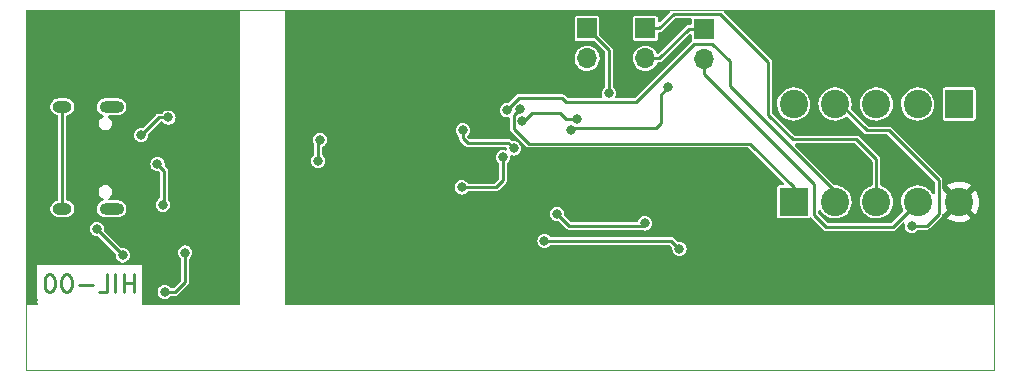
<source format=gbr>
%TF.GenerationSoftware,KiCad,Pcbnew,6.0.11-2627ca5db0~126~ubuntu20.04.1*%
%TF.CreationDate,2024-02-24T22:18:06-05:00*%
%TF.ProjectId,hil00,68696c30-302e-46b6-9963-61645f706362,rev?*%
%TF.SameCoordinates,Original*%
%TF.FileFunction,Copper,L2,Bot*%
%TF.FilePolarity,Positive*%
%FSLAX46Y46*%
G04 Gerber Fmt 4.6, Leading zero omitted, Abs format (unit mm)*
G04 Created by KiCad (PCBNEW 6.0.11-2627ca5db0~126~ubuntu20.04.1) date 2024-02-24 22:18:06*
%MOMM*%
%LPD*%
G01*
G04 APERTURE LIST*
%TA.AperFunction,Profile*%
%ADD10C,0.100000*%
%TD*%
%ADD11C,0.250000*%
%TA.AperFunction,NonConductor*%
%ADD12C,0.250000*%
%TD*%
%TA.AperFunction,ComponentPad*%
%ADD13O,1.600000X1.000000*%
%TD*%
%TA.AperFunction,ComponentPad*%
%ADD14O,2.100000X1.000000*%
%TD*%
%TA.AperFunction,ComponentPad*%
%ADD15R,2.400000X2.400000*%
%TD*%
%TA.AperFunction,ComponentPad*%
%ADD16C,2.400000*%
%TD*%
%TA.AperFunction,ComponentPad*%
%ADD17R,1.700000X1.700000*%
%TD*%
%TA.AperFunction,ComponentPad*%
%ADD18O,1.700000X1.700000*%
%TD*%
%TA.AperFunction,ViaPad*%
%ADD19C,0.800000*%
%TD*%
%TA.AperFunction,Conductor*%
%ADD20C,0.250000*%
%TD*%
G04 APERTURE END LIST*
D10*
X100000000Y-130500000D02*
X182000000Y-130500000D01*
X100000000Y-100000000D02*
X100000000Y-130500000D01*
X182000000Y-130500000D02*
X182000000Y-100000000D01*
X100000000Y-100000000D02*
X182000000Y-100000000D01*
D11*
D12*
X109160000Y-123868571D02*
X109160000Y-122368571D01*
X109160000Y-123082857D02*
X108302857Y-123082857D01*
X108302857Y-123868571D02*
X108302857Y-122368571D01*
X107588571Y-123868571D02*
X107588571Y-122368571D01*
X106160000Y-123868571D02*
X106874285Y-123868571D01*
X106874285Y-122368571D01*
X105660000Y-123297142D02*
X104517142Y-123297142D01*
X103517142Y-122368571D02*
X103374285Y-122368571D01*
X103231428Y-122440000D01*
X103160000Y-122511428D01*
X103088571Y-122654285D01*
X103017142Y-122940000D01*
X103017142Y-123297142D01*
X103088571Y-123582857D01*
X103160000Y-123725714D01*
X103231428Y-123797142D01*
X103374285Y-123868571D01*
X103517142Y-123868571D01*
X103660000Y-123797142D01*
X103731428Y-123725714D01*
X103802857Y-123582857D01*
X103874285Y-123297142D01*
X103874285Y-122940000D01*
X103802857Y-122654285D01*
X103731428Y-122511428D01*
X103660000Y-122440000D01*
X103517142Y-122368571D01*
X102088571Y-122368571D02*
X101945714Y-122368571D01*
X101802857Y-122440000D01*
X101731428Y-122511428D01*
X101660000Y-122654285D01*
X101588571Y-122940000D01*
X101588571Y-123297142D01*
X101660000Y-123582857D01*
X101731428Y-123725714D01*
X101802857Y-123797142D01*
X101945714Y-123868571D01*
X102088571Y-123868571D01*
X102231428Y-123797142D01*
X102302857Y-123725714D01*
X102374285Y-123582857D01*
X102445714Y-123297142D01*
X102445714Y-122940000D01*
X102374285Y-122654285D01*
X102302857Y-122511428D01*
X102231428Y-122440000D01*
X102088571Y-122368571D01*
D13*
%TO.P,J1,S1,SHIELD*%
%TO.N,unconnected-(J1-PadS1)*%
X103090000Y-108180000D03*
D14*
X107270000Y-108180000D03*
X107270000Y-116820000D03*
D13*
X103090000Y-116820000D03*
%TD*%
D15*
%TO.P,J3,1,Pin_1*%
%TO.N,/TX*%
X165019200Y-116232000D03*
D16*
%TO.P,J3,2,Pin_2*%
%TO.N,/RX*%
X168519200Y-116232000D03*
%TO.P,J3,3,Pin_3*%
%TO.N,+5V*%
X172019200Y-116232000D03*
%TO.P,J3,4,Pin_4*%
%TO.N,+3.3V*%
X175519200Y-116232000D03*
%TO.P,J3,5,Pin_5*%
%TO.N,GND2*%
X179019200Y-116232000D03*
%TD*%
D15*
%TO.P,J2,1,Pin_1*%
%TO.N,/IO0*%
X179019200Y-107950000D03*
D16*
%TO.P,J2,2,Pin_2*%
%TO.N,/EN*%
X175519200Y-107950000D03*
%TO.P,J2,3,Pin_3*%
%TO.N,/CTS*%
X172019200Y-107950000D03*
%TO.P,J2,4,Pin_4*%
%TO.N,/DTR*%
X168519200Y-107950000D03*
%TO.P,J2,5,Pin_5*%
%TO.N,/RTS*%
X165019200Y-107950000D03*
%TD*%
D17*
%TO.P,RJ3,1,Pin_1*%
%TO.N,Net-(C6-Pad1)*%
X147523200Y-101544200D03*
D18*
%TO.P,RJ3,2,Pin_2*%
%TO.N,VCC*%
X147523200Y-104084200D03*
%TD*%
D17*
%TO.P,RJ2,1,Pin_1*%
%TO.N,+5V*%
X152450800Y-101549200D03*
D18*
%TO.P,RJ2,2,Pin_2*%
%TO.N,VCC*%
X152450800Y-104089200D03*
%TD*%
D17*
%TO.P,RJ1,1,Pin_1*%
%TO.N,VCC*%
X157429200Y-101595000D03*
D18*
%TO.P,RJ1,2,Pin_2*%
%TO.N,+3.3V*%
X157429200Y-104135000D03*
%TD*%
D19*
%TO.N,Net-(C1-Pad1)*%
X111150400Y-113030000D03*
X112077600Y-109089700D03*
X109775800Y-110590400D03*
X111607600Y-116471100D03*
%TO.N,GND1*%
X100584000Y-103479600D03*
X117602000Y-124510800D03*
X113284000Y-124510800D03*
X106527600Y-103886000D03*
X117703600Y-114147600D03*
X117703600Y-100431600D03*
X100584000Y-124510800D03*
X117703600Y-108864400D03*
X100584000Y-120802400D03*
X117703600Y-119227600D03*
X113284000Y-100431600D03*
X100584000Y-100431600D03*
X111302800Y-107696000D03*
%TO.N,Net-(C2-Pad1)*%
X113502849Y-120530051D03*
X111760000Y-123850400D03*
%TO.N,GND2*%
X131673600Y-118973600D03*
X160578800Y-124460000D03*
X122428000Y-108915200D03*
X140258800Y-100482400D03*
X145796000Y-106832400D03*
X131521200Y-124561600D03*
X170484800Y-124460000D03*
X126593600Y-124510800D03*
X131318000Y-100431600D03*
X123596400Y-100482400D03*
X122377200Y-124510800D03*
X160578800Y-100482400D03*
X181508400Y-100482400D03*
X130899301Y-113170101D03*
X170484800Y-100482400D03*
X140258800Y-124510800D03*
X142798800Y-105054400D03*
X122377200Y-119380000D03*
X181508400Y-124460000D03*
X181508400Y-112115600D03*
X126593600Y-100482400D03*
%TO.N,Net-(C7-Pad1)*%
X141325600Y-111709200D03*
X137007600Y-110185200D03*
%TO.N,Net-(J1-PadA6)*%
X106019600Y-118516400D03*
X108204000Y-120751600D03*
%TO.N,Net-(C6-Pad1)*%
X146651123Y-109257500D03*
X149367400Y-107059100D03*
X142050100Y-109384912D03*
%TO.N,/TX*%
X141850486Y-108389512D03*
%TO.N,/RX*%
X140730100Y-108485300D03*
%TO.N,/RTS*%
X146197000Y-110179800D03*
X154385899Y-106532299D03*
%TO.N,/DTR*%
X175007400Y-118264300D03*
X155346400Y-120206100D03*
X143916400Y-119532400D03*
%TO.N,/CTS*%
X144983200Y-117246400D03*
X152400000Y-118059200D03*
%TO.N,Net-(R5-Pad1)*%
X136906000Y-115011200D03*
X140411200Y-112471200D03*
%TO.N,+5V*%
X124917200Y-110984700D03*
X124764800Y-112776000D03*
%TD*%
D20*
%TO.N,Net-(C1-Pad1)*%
X111607600Y-116471100D02*
X111709200Y-116369500D01*
X111709200Y-113588800D02*
X111150400Y-113030000D01*
X109775800Y-110590400D02*
X111276500Y-109089700D01*
X111709200Y-116369500D02*
X111709200Y-113588800D01*
X111276500Y-109089700D02*
X112077600Y-109089700D01*
%TO.N,GND1*%
X107188000Y-104952800D02*
X106527600Y-104292400D01*
X111302800Y-105740200D02*
X110515400Y-104952800D01*
X111302800Y-107696000D02*
X111302800Y-105740200D01*
X110515400Y-104952800D02*
X107188000Y-104952800D01*
X106527600Y-104292400D02*
X106527600Y-103886000D01*
%TO.N,Net-(C2-Pad1)*%
X111760000Y-123850400D02*
X112674400Y-123850400D01*
X112674400Y-123850400D02*
X113502849Y-123021951D01*
X113502849Y-123021951D02*
X113502849Y-120530051D01*
%TO.N,GND2*%
X142849600Y-105003600D02*
X142798800Y-105054400D01*
X131673600Y-118973600D02*
X131775200Y-118872000D01*
X131775200Y-118872000D02*
X131775200Y-114046000D01*
X145796000Y-105867200D02*
X144932400Y-105003600D01*
X145796000Y-106832400D02*
X145796000Y-105867200D01*
X131775200Y-114046000D02*
X130899301Y-113170101D01*
X144932400Y-105003600D02*
X142849600Y-105003600D01*
%TO.N,Net-(C7-Pad1)*%
X137414000Y-111252000D02*
X137007600Y-110845600D01*
X137007600Y-110845600D02*
X137007600Y-110185200D01*
X140868400Y-111252000D02*
X137414000Y-111252000D01*
X141325600Y-111709200D02*
X140868400Y-111252000D01*
%TO.N,VCC*%
X152450800Y-104089200D02*
X153626100Y-104089200D01*
X156120300Y-101595000D02*
X153626100Y-104089200D01*
X157429200Y-101595000D02*
X156120300Y-101595000D01*
%TO.N,Net-(J1-PadA6)*%
X106019600Y-118567200D02*
X108204000Y-120751600D01*
X106019600Y-118516400D02*
X106019600Y-118567200D01*
%TO.N,unconnected-(J1-PadS1)*%
X103090000Y-116820000D02*
X103090000Y-108180000D01*
%TO.N,Net-(C6-Pad1)*%
X149367400Y-103388400D02*
X149367400Y-107059100D01*
X142849600Y-108712000D02*
X142176688Y-109384912D01*
X145237200Y-108712000D02*
X142849600Y-108712000D01*
X145782700Y-109257500D02*
X145237200Y-108712000D01*
X147523200Y-101544200D02*
X149367400Y-103388400D01*
X142176688Y-109384912D02*
X142050100Y-109384912D01*
X146651123Y-109257500D02*
X145782700Y-109257500D01*
%TO.N,/TX*%
X161340800Y-111302800D02*
X165019200Y-114981200D01*
X141850486Y-108389512D02*
X141325600Y-108914398D01*
X165019200Y-114981200D02*
X165019200Y-116232000D01*
X141325600Y-108914398D02*
X141325600Y-110032800D01*
X141325600Y-110032800D02*
X142595600Y-111302800D01*
X142595600Y-111302800D02*
X161340800Y-111302800D01*
%TO.N,/RX*%
X158140400Y-102870000D02*
X156616400Y-102870000D01*
X168519200Y-116232000D02*
X168519200Y-115331600D01*
X145380295Y-107442000D02*
X141773400Y-107442000D01*
X156616400Y-102870000D02*
X151702300Y-107784100D01*
X141773400Y-107442000D02*
X140730100Y-108485300D01*
X145722395Y-107784100D02*
X145380295Y-107442000D01*
X159613600Y-104343200D02*
X158140400Y-102870000D01*
X151702300Y-107784100D02*
X145722395Y-107784100D01*
X159613600Y-106426000D02*
X159613600Y-104343200D01*
X168519200Y-115331600D02*
X159613600Y-106426000D01*
%TO.N,/RTS*%
X153771600Y-107146598D02*
X154385899Y-106532299D01*
X146394800Y-109982000D02*
X153365200Y-109982000D01*
X146197000Y-110179800D02*
X146394800Y-109982000D01*
X153365200Y-109982000D02*
X153771600Y-109575600D01*
X153771600Y-109575600D02*
X153771600Y-107146598D01*
%TO.N,/DTR*%
X171196000Y-110185200D02*
X173075600Y-110185200D01*
X143916400Y-119532400D02*
X154672700Y-119532400D01*
X176274100Y-118264300D02*
X175007400Y-118264300D01*
X154672700Y-119532400D02*
X155346400Y-120206100D01*
X168960800Y-107950000D02*
X171196000Y-110185200D01*
X177292000Y-117246400D02*
X176274100Y-118264300D01*
X168519200Y-107950000D02*
X168960800Y-107950000D01*
X177292000Y-114401600D02*
X177292000Y-117246400D01*
X173075600Y-110185200D02*
X177292000Y-114401600D01*
%TO.N,/CTS*%
X152196800Y-118262400D02*
X152400000Y-118059200D01*
X145999200Y-118262400D02*
X152196800Y-118262400D01*
X144983200Y-117246400D02*
X145999200Y-118262400D01*
%TO.N,Net-(R5-Pad1)*%
X136906000Y-115011200D02*
X139801600Y-115011200D01*
X140411200Y-114401600D02*
X140411200Y-112471200D01*
X139801600Y-115011200D02*
X140411200Y-114401600D01*
%TO.N,+5V*%
X158800800Y-100330000D02*
X162864800Y-104394000D01*
X164947600Y-110947200D02*
X170332400Y-110947200D01*
X124764800Y-111137100D02*
X124917200Y-110984700D01*
X124764800Y-112776000D02*
X124764800Y-111137100D01*
X162864800Y-104394000D02*
X162864800Y-108864400D01*
X170332400Y-110947200D02*
X172019200Y-112634000D01*
X153626100Y-101549200D02*
X154845300Y-100330000D01*
X172019200Y-112634000D02*
X172019200Y-116232000D01*
X152450800Y-101549200D02*
X153626100Y-101549200D01*
X162864800Y-108864400D02*
X164947600Y-110947200D01*
X154845300Y-100330000D02*
X158800800Y-100330000D01*
%TO.N,+3.3V*%
X157429200Y-105410000D02*
X166776400Y-114757200D01*
X173387200Y-118364000D02*
X175519200Y-116232000D01*
X166776400Y-114757200D02*
X166776400Y-117348000D01*
X157429200Y-104135000D02*
X157429200Y-105410000D01*
X166776400Y-117348000D02*
X167792400Y-118364000D01*
X167792400Y-118364000D02*
X173387200Y-118364000D01*
%TD*%
%TA.AperFunction,Conductor*%
%TO.N,GND1*%
G36*
X118052121Y-100021002D02*
G01*
X118098614Y-100074658D01*
X118110000Y-100127000D01*
X118110000Y-124874000D01*
X118089998Y-124942121D01*
X118036342Y-124988614D01*
X117984000Y-125000000D01*
X109925926Y-125000000D01*
X109857805Y-124979998D01*
X109811312Y-124926342D01*
X109801208Y-124856068D01*
X109830701Y-124791488D01*
X109835890Y-124785500D01*
X109842643Y-124785500D01*
X109842643Y-123850400D01*
X111154318Y-123850400D01*
X111174956Y-124007162D01*
X111235464Y-124153241D01*
X111331718Y-124278682D01*
X111457159Y-124374936D01*
X111603238Y-124435444D01*
X111760000Y-124456082D01*
X111768188Y-124455004D01*
X111908574Y-124436522D01*
X111916762Y-124435444D01*
X112062841Y-124374936D01*
X112188282Y-124278682D01*
X112229323Y-124225196D01*
X112286661Y-124183329D01*
X112329286Y-124175900D01*
X112654690Y-124175900D01*
X112665672Y-124176380D01*
X112692220Y-124178703D01*
X112692222Y-124178703D01*
X112703207Y-124179664D01*
X112739615Y-124169908D01*
X112750342Y-124167530D01*
X112753701Y-124166938D01*
X112787445Y-124160988D01*
X112796990Y-124155477D01*
X112800266Y-124154285D01*
X112803434Y-124152808D01*
X112814084Y-124149954D01*
X112844944Y-124128345D01*
X112854215Y-124122439D01*
X112877306Y-124109107D01*
X112886855Y-124103594D01*
X112911085Y-124074717D01*
X112918511Y-124066615D01*
X113719064Y-123266062D01*
X113727168Y-123258635D01*
X113742469Y-123245796D01*
X113756043Y-123234406D01*
X113761556Y-123224857D01*
X113774888Y-123201766D01*
X113780794Y-123192495D01*
X113796079Y-123170666D01*
X113802403Y-123161635D01*
X113805257Y-123150985D01*
X113806734Y-123147817D01*
X113807926Y-123144541D01*
X113813437Y-123134996D01*
X113819979Y-123097893D01*
X113822358Y-123087161D01*
X113832113Y-123050758D01*
X113828828Y-123013208D01*
X113828349Y-123002227D01*
X113828349Y-121099337D01*
X113848351Y-121031216D01*
X113877645Y-120999374D01*
X113924585Y-120963356D01*
X113931131Y-120958333D01*
X114027385Y-120832892D01*
X114087893Y-120686813D01*
X114108531Y-120530051D01*
X114087893Y-120373289D01*
X114027385Y-120227210D01*
X113931131Y-120101769D01*
X113805690Y-120005515D01*
X113659611Y-119945007D01*
X113502849Y-119924369D01*
X113346087Y-119945007D01*
X113200008Y-120005515D01*
X113074567Y-120101769D01*
X112978313Y-120227210D01*
X112917805Y-120373289D01*
X112897167Y-120530051D01*
X112917805Y-120686813D01*
X112978313Y-120832892D01*
X113074567Y-120958333D01*
X113081113Y-120963356D01*
X113128053Y-120999374D01*
X113169920Y-121056712D01*
X113177349Y-121099337D01*
X113177349Y-122834935D01*
X113157347Y-122903056D01*
X113140444Y-122924030D01*
X112576479Y-123487995D01*
X112514167Y-123522021D01*
X112487384Y-123524900D01*
X112329286Y-123524900D01*
X112261165Y-123504898D01*
X112229323Y-123475604D01*
X112193305Y-123428664D01*
X112188282Y-123422118D01*
X112062841Y-123325864D01*
X111916762Y-123265356D01*
X111760000Y-123244718D01*
X111603238Y-123265356D01*
X111457159Y-123325864D01*
X111331718Y-123422118D01*
X111235464Y-123547559D01*
X111174956Y-123693638D01*
X111154318Y-123850400D01*
X109842643Y-123850400D01*
X109842643Y-121594500D01*
X108324539Y-121594500D01*
X108256418Y-121574498D01*
X108209925Y-121520842D01*
X108204543Y-121483411D01*
X108204771Y-121502557D01*
X108167101Y-121562736D01*
X108102876Y-121592995D01*
X108083461Y-121594500D01*
X100977357Y-121594500D01*
X100977357Y-124785500D01*
X100982676Y-124785500D01*
X100983487Y-124788262D01*
X101015774Y-124838501D01*
X101015774Y-124909497D01*
X100977391Y-124969224D01*
X100912811Y-124998717D01*
X100894878Y-125000000D01*
X100127000Y-125000000D01*
X100058879Y-124979998D01*
X100012386Y-124926342D01*
X100001000Y-124874000D01*
X100001000Y-118516400D01*
X105413918Y-118516400D01*
X105434556Y-118673162D01*
X105495064Y-118819241D01*
X105591318Y-118944682D01*
X105716759Y-119040936D01*
X105862838Y-119101444D01*
X106019600Y-119122082D01*
X106027788Y-119121004D01*
X106041552Y-119119192D01*
X106111701Y-119130131D01*
X106147093Y-119155019D01*
X107571291Y-120579217D01*
X107605317Y-120641529D01*
X107607118Y-120684757D01*
X107598318Y-120751600D01*
X107618956Y-120908362D01*
X107679464Y-121054441D01*
X107775718Y-121179882D01*
X107901159Y-121276136D01*
X108047238Y-121336644D01*
X108055426Y-121337722D01*
X108099907Y-121343578D01*
X108164834Y-121372300D01*
X108203926Y-121431566D01*
X108204042Y-121441325D01*
X108229315Y-121385988D01*
X108289041Y-121347604D01*
X108308093Y-121343578D01*
X108352574Y-121337722D01*
X108360762Y-121336644D01*
X108506841Y-121276136D01*
X108632282Y-121179882D01*
X108728536Y-121054441D01*
X108789044Y-120908362D01*
X108809682Y-120751600D01*
X108789044Y-120594838D01*
X108728536Y-120448759D01*
X108632282Y-120323318D01*
X108506841Y-120227064D01*
X108360762Y-120166556D01*
X108204000Y-120145918D01*
X108137157Y-120154718D01*
X108067010Y-120143779D01*
X108031617Y-120118891D01*
X106646399Y-118733673D01*
X106612373Y-118671361D01*
X106610572Y-118628131D01*
X106624204Y-118524587D01*
X106625282Y-118516400D01*
X106604644Y-118359638D01*
X106544136Y-118213559D01*
X106447882Y-118088118D01*
X106322441Y-117991864D01*
X106176362Y-117931356D01*
X106019600Y-117910718D01*
X105862838Y-117931356D01*
X105716759Y-117991864D01*
X105591318Y-118088118D01*
X105495064Y-118213559D01*
X105434556Y-118359638D01*
X105413918Y-118516400D01*
X100001000Y-118516400D01*
X100001000Y-116901105D01*
X102089031Y-116901105D01*
X102128612Y-117065968D01*
X102132093Y-117072712D01*
X102132094Y-117072715D01*
X102135642Y-117079589D01*
X102206375Y-117216631D01*
X102211367Y-117222353D01*
X102211368Y-117222355D01*
X102273808Y-117293931D01*
X102317831Y-117344396D01*
X102324045Y-117348763D01*
X102450330Y-117437518D01*
X102450332Y-117437519D01*
X102456547Y-117441887D01*
X102614513Y-117503476D01*
X102622046Y-117504468D01*
X102622047Y-117504468D01*
X102739739Y-117519962D01*
X102743826Y-117520500D01*
X103432516Y-117520500D01*
X103558320Y-117505276D01*
X103716923Y-117445345D01*
X103856651Y-117349312D01*
X103866132Y-117338671D01*
X103964388Y-117228392D01*
X103964390Y-117228388D01*
X103969440Y-117222721D01*
X103976238Y-117209883D01*
X104045224Y-117079589D01*
X104048776Y-117072881D01*
X104090081Y-116908441D01*
X104090120Y-116901105D01*
X106019031Y-116901105D01*
X106058612Y-117065968D01*
X106062093Y-117072712D01*
X106062094Y-117072715D01*
X106065642Y-117079589D01*
X106136375Y-117216631D01*
X106141367Y-117222353D01*
X106141368Y-117222355D01*
X106203808Y-117293931D01*
X106247831Y-117344396D01*
X106254045Y-117348763D01*
X106380330Y-117437518D01*
X106380332Y-117437519D01*
X106386547Y-117441887D01*
X106544513Y-117503476D01*
X106552046Y-117504468D01*
X106552047Y-117504468D01*
X106669739Y-117519962D01*
X106673826Y-117520500D01*
X107862516Y-117520500D01*
X107988320Y-117505276D01*
X108146923Y-117445345D01*
X108286651Y-117349312D01*
X108296132Y-117338671D01*
X108394388Y-117228392D01*
X108394390Y-117228388D01*
X108399440Y-117222721D01*
X108406238Y-117209883D01*
X108475224Y-117079589D01*
X108478776Y-117072881D01*
X108520081Y-116908441D01*
X108520129Y-116899382D01*
X108520929Y-116746495D01*
X108520969Y-116738895D01*
X108481388Y-116574032D01*
X108403625Y-116423369D01*
X108398313Y-116417279D01*
X108315654Y-116322526D01*
X108292169Y-116295604D01*
X108233649Y-116254475D01*
X108159670Y-116202482D01*
X108159668Y-116202481D01*
X108153453Y-116198113D01*
X107995487Y-116136524D01*
X107987954Y-116135532D01*
X107987953Y-116135532D01*
X107870261Y-116120038D01*
X107870260Y-116120038D01*
X107866174Y-116119500D01*
X107105482Y-116119500D01*
X107037361Y-116099498D01*
X106990868Y-116045842D01*
X106980764Y-115975568D01*
X107010258Y-115910988D01*
X107031077Y-115893798D01*
X107030233Y-115892698D01*
X107143901Y-115805477D01*
X107150451Y-115800451D01*
X107242698Y-115680233D01*
X107300687Y-115540236D01*
X107320466Y-115390000D01*
X107300687Y-115239764D01*
X107242698Y-115099767D01*
X107150451Y-114979549D01*
X107030233Y-114887302D01*
X106890236Y-114829313D01*
X106777720Y-114814500D01*
X106702280Y-114814500D01*
X106589764Y-114829313D01*
X106449767Y-114887302D01*
X106329549Y-114979549D01*
X106237302Y-115099767D01*
X106179313Y-115239764D01*
X106159534Y-115390000D01*
X106179313Y-115540236D01*
X106237302Y-115680233D01*
X106329549Y-115800451D01*
X106449767Y-115892698D01*
X106509928Y-115917617D01*
X106565207Y-115962166D01*
X106587628Y-116029529D01*
X106570069Y-116098321D01*
X106518107Y-116146699D01*
X106506245Y-116151892D01*
X106393077Y-116194655D01*
X106253349Y-116290688D01*
X106248297Y-116296358D01*
X106248296Y-116296359D01*
X106145612Y-116411608D01*
X106145610Y-116411612D01*
X106140560Y-116417279D01*
X106137008Y-116423988D01*
X106137007Y-116423989D01*
X106116399Y-116462912D01*
X106061224Y-116567119D01*
X106019919Y-116731559D01*
X106019031Y-116901105D01*
X104090120Y-116901105D01*
X104090129Y-116899382D01*
X104090929Y-116746495D01*
X104090969Y-116738895D01*
X104051388Y-116574032D01*
X103973625Y-116423369D01*
X103968313Y-116417279D01*
X103885654Y-116322526D01*
X103862169Y-116295604D01*
X103803649Y-116254475D01*
X103729670Y-116202482D01*
X103729668Y-116202481D01*
X103723453Y-116198113D01*
X103565487Y-116136524D01*
X103557954Y-116135532D01*
X103557953Y-116135532D01*
X103525054Y-116131201D01*
X103460127Y-116102479D01*
X103421035Y-116043214D01*
X103415500Y-116006279D01*
X103415500Y-113030000D01*
X110544718Y-113030000D01*
X110565356Y-113186762D01*
X110625864Y-113332841D01*
X110722118Y-113458282D01*
X110847559Y-113554536D01*
X110993638Y-113615044D01*
X111150400Y-113635682D01*
X111217243Y-113626882D01*
X111287390Y-113637821D01*
X111322783Y-113662709D01*
X111346795Y-113686721D01*
X111380821Y-113749033D01*
X111383700Y-113775816D01*
X111383700Y-115829675D01*
X111363698Y-115897796D01*
X111317757Y-115936187D01*
X111319540Y-115939275D01*
X111312389Y-115943404D01*
X111304759Y-115946564D01*
X111179318Y-116042818D01*
X111083064Y-116168259D01*
X111034134Y-116286386D01*
X111027945Y-116301329D01*
X111022556Y-116314338D01*
X111001918Y-116471100D01*
X111022556Y-116627862D01*
X111083064Y-116773941D01*
X111179318Y-116899382D01*
X111304759Y-116995636D01*
X111450838Y-117056144D01*
X111607600Y-117076782D01*
X111615788Y-117075704D01*
X111756174Y-117057222D01*
X111764362Y-117056144D01*
X111910441Y-116995636D01*
X112035882Y-116899382D01*
X112132136Y-116773941D01*
X112192644Y-116627862D01*
X112213282Y-116471100D01*
X112192644Y-116314338D01*
X112187256Y-116301329D01*
X112181066Y-116286386D01*
X112132136Y-116168259D01*
X112060737Y-116075210D01*
X112035137Y-116008990D01*
X112034700Y-115998506D01*
X112034700Y-113608511D01*
X112035180Y-113597529D01*
X112037503Y-113570976D01*
X112038464Y-113559994D01*
X112035610Y-113549342D01*
X112028711Y-113523592D01*
X112026333Y-113512865D01*
X112021704Y-113486615D01*
X112021702Y-113486610D01*
X112019788Y-113475755D01*
X112014275Y-113466207D01*
X112013083Y-113462931D01*
X112011609Y-113459769D01*
X112008754Y-113449116D01*
X111987145Y-113418256D01*
X111981239Y-113408985D01*
X111967907Y-113385894D01*
X111962394Y-113376345D01*
X111933517Y-113352115D01*
X111925415Y-113344689D01*
X111783109Y-113202383D01*
X111749083Y-113140071D01*
X111747282Y-113096842D01*
X111755004Y-113038188D01*
X111756082Y-113030000D01*
X111735444Y-112873238D01*
X111674936Y-112727159D01*
X111578682Y-112601718D01*
X111453241Y-112505464D01*
X111307162Y-112444956D01*
X111150400Y-112424318D01*
X110993638Y-112444956D01*
X110847559Y-112505464D01*
X110722118Y-112601718D01*
X110625864Y-112727159D01*
X110565356Y-112873238D01*
X110544718Y-113030000D01*
X103415500Y-113030000D01*
X103415500Y-110590400D01*
X109170118Y-110590400D01*
X109190756Y-110747162D01*
X109251264Y-110893241D01*
X109347518Y-111018682D01*
X109472959Y-111114936D01*
X109619038Y-111175444D01*
X109775800Y-111196082D01*
X109783988Y-111195004D01*
X109924374Y-111176522D01*
X109932562Y-111175444D01*
X110078641Y-111114936D01*
X110204082Y-111018682D01*
X110300336Y-110893241D01*
X110360844Y-110747162D01*
X110381482Y-110590400D01*
X110372682Y-110523557D01*
X110383621Y-110453410D01*
X110408507Y-110418020D01*
X111374424Y-109452103D01*
X111436734Y-109418079D01*
X111463517Y-109415200D01*
X111508314Y-109415200D01*
X111576435Y-109435202D01*
X111608277Y-109464496D01*
X111649318Y-109517982D01*
X111774759Y-109614236D01*
X111920838Y-109674744D01*
X112077600Y-109695382D01*
X112085788Y-109694304D01*
X112226174Y-109675822D01*
X112234362Y-109674744D01*
X112380441Y-109614236D01*
X112505882Y-109517982D01*
X112602136Y-109392541D01*
X112662644Y-109246462D01*
X112683282Y-109089700D01*
X112662644Y-108932938D01*
X112602136Y-108786859D01*
X112505882Y-108661418D01*
X112380441Y-108565164D01*
X112234362Y-108504656D01*
X112077600Y-108484018D01*
X111920838Y-108504656D01*
X111774759Y-108565164D01*
X111649318Y-108661418D01*
X111644295Y-108667964D01*
X111608277Y-108714904D01*
X111550939Y-108756771D01*
X111508314Y-108764200D01*
X111296213Y-108764200D01*
X111285232Y-108763721D01*
X111258670Y-108761397D01*
X111258668Y-108761397D01*
X111247693Y-108760437D01*
X111211283Y-108770192D01*
X111200576Y-108772566D01*
X111163455Y-108779112D01*
X111153911Y-108784622D01*
X111150635Y-108785814D01*
X111147464Y-108787293D01*
X111136816Y-108790146D01*
X111127787Y-108796468D01*
X111105949Y-108811759D01*
X111096679Y-108817664D01*
X111073592Y-108830993D01*
X111073588Y-108830996D01*
X111064045Y-108836506D01*
X111056960Y-108844950D01*
X111039820Y-108865376D01*
X111032394Y-108873479D01*
X110470672Y-109435202D01*
X109948183Y-109957691D01*
X109885871Y-109991716D01*
X109842643Y-109993518D01*
X109775800Y-109984718D01*
X109619038Y-110005356D01*
X109472959Y-110065864D01*
X109347518Y-110162118D01*
X109251264Y-110287559D01*
X109190756Y-110433638D01*
X109170118Y-110590400D01*
X103415500Y-110590400D01*
X103415500Y-108994230D01*
X103435502Y-108926109D01*
X103489158Y-108879616D01*
X103526357Y-108869144D01*
X103558320Y-108865276D01*
X103716923Y-108805345D01*
X103729839Y-108796468D01*
X103850392Y-108713614D01*
X103850393Y-108713613D01*
X103856651Y-108709312D01*
X103893491Y-108667964D01*
X103964388Y-108588392D01*
X103964390Y-108588388D01*
X103969440Y-108582721D01*
X103976075Y-108570191D01*
X104045224Y-108439589D01*
X104048776Y-108432881D01*
X104090081Y-108268441D01*
X104090119Y-108261105D01*
X106019031Y-108261105D01*
X106058612Y-108425968D01*
X106062093Y-108432712D01*
X106062094Y-108432715D01*
X106099226Y-108504656D01*
X106136375Y-108576631D01*
X106141367Y-108582353D01*
X106141368Y-108582355D01*
X106203808Y-108653931D01*
X106247831Y-108704396D01*
X106306351Y-108745525D01*
X106380330Y-108797518D01*
X106380332Y-108797519D01*
X106386547Y-108801887D01*
X106393623Y-108804646D01*
X106393627Y-108804648D01*
X106506912Y-108848816D01*
X106563114Y-108892197D01*
X106586940Y-108959076D01*
X106570826Y-109028220D01*
X106519889Y-109077676D01*
X106509367Y-109082615D01*
X106449767Y-109107302D01*
X106329549Y-109199549D01*
X106237302Y-109319767D01*
X106179313Y-109459764D01*
X106159534Y-109610000D01*
X106179313Y-109760236D01*
X106237302Y-109900233D01*
X106329549Y-110020451D01*
X106449767Y-110112698D01*
X106589764Y-110170687D01*
X106702280Y-110185500D01*
X106777720Y-110185500D01*
X106890236Y-110170687D01*
X107030233Y-110112698D01*
X107150451Y-110020451D01*
X107242698Y-109900233D01*
X107300687Y-109760236D01*
X107320466Y-109610000D01*
X107300687Y-109459764D01*
X107242698Y-109319767D01*
X107150451Y-109199549D01*
X107030233Y-109107302D01*
X107032159Y-109104792D01*
X106993490Y-109064239D01*
X106980052Y-108994526D01*
X107006438Y-108928614D01*
X107064269Y-108887431D01*
X107105482Y-108880500D01*
X107862516Y-108880500D01*
X107988320Y-108865276D01*
X108146923Y-108805345D01*
X108159839Y-108796468D01*
X108280392Y-108713614D01*
X108280393Y-108713613D01*
X108286651Y-108709312D01*
X108323491Y-108667964D01*
X108394388Y-108588392D01*
X108394390Y-108588388D01*
X108399440Y-108582721D01*
X108406075Y-108570191D01*
X108475224Y-108439589D01*
X108478776Y-108432881D01*
X108520081Y-108268441D01*
X108520969Y-108098895D01*
X108481388Y-107934032D01*
X108403625Y-107783369D01*
X108398313Y-107777279D01*
X108297163Y-107661329D01*
X108292169Y-107655604D01*
X108233649Y-107614475D01*
X108159670Y-107562482D01*
X108159668Y-107562481D01*
X108153453Y-107558113D01*
X107995487Y-107496524D01*
X107987954Y-107495532D01*
X107987953Y-107495532D01*
X107870261Y-107480038D01*
X107870260Y-107480038D01*
X107866174Y-107479500D01*
X106677484Y-107479500D01*
X106551680Y-107494724D01*
X106393077Y-107554655D01*
X106253349Y-107650688D01*
X106248297Y-107656358D01*
X106248296Y-107656359D01*
X106145612Y-107771608D01*
X106145610Y-107771612D01*
X106140560Y-107777279D01*
X106137008Y-107783988D01*
X106137007Y-107783989D01*
X106104746Y-107844920D01*
X106061224Y-107927119D01*
X106019919Y-108091559D01*
X106019031Y-108261105D01*
X104090119Y-108261105D01*
X104090969Y-108098895D01*
X104051388Y-107934032D01*
X103973625Y-107783369D01*
X103968313Y-107777279D01*
X103867163Y-107661329D01*
X103862169Y-107655604D01*
X103803649Y-107614475D01*
X103729670Y-107562482D01*
X103729668Y-107562481D01*
X103723453Y-107558113D01*
X103565487Y-107496524D01*
X103557954Y-107495532D01*
X103557953Y-107495532D01*
X103440261Y-107480038D01*
X103440260Y-107480038D01*
X103436174Y-107479500D01*
X102747484Y-107479500D01*
X102621680Y-107494724D01*
X102463077Y-107554655D01*
X102323349Y-107650688D01*
X102318297Y-107656358D01*
X102318296Y-107656359D01*
X102215612Y-107771608D01*
X102215610Y-107771612D01*
X102210560Y-107777279D01*
X102207008Y-107783988D01*
X102207007Y-107783989D01*
X102174746Y-107844920D01*
X102131224Y-107927119D01*
X102089919Y-108091559D01*
X102089031Y-108261105D01*
X102128612Y-108425968D01*
X102132093Y-108432712D01*
X102132094Y-108432715D01*
X102169226Y-108504656D01*
X102206375Y-108576631D01*
X102211367Y-108582353D01*
X102211368Y-108582355D01*
X102273808Y-108653931D01*
X102317831Y-108704396D01*
X102376351Y-108745525D01*
X102450330Y-108797518D01*
X102450332Y-108797519D01*
X102456547Y-108801887D01*
X102614513Y-108863476D01*
X102622046Y-108864468D01*
X102622047Y-108864468D01*
X102654946Y-108868799D01*
X102719873Y-108897521D01*
X102758965Y-108956786D01*
X102764500Y-108993721D01*
X102764500Y-116005770D01*
X102744498Y-116073891D01*
X102690842Y-116120384D01*
X102653643Y-116130856D01*
X102621680Y-116134724D01*
X102463077Y-116194655D01*
X102323349Y-116290688D01*
X102318297Y-116296358D01*
X102318296Y-116296359D01*
X102215612Y-116411608D01*
X102215610Y-116411612D01*
X102210560Y-116417279D01*
X102207008Y-116423988D01*
X102207007Y-116423989D01*
X102186399Y-116462912D01*
X102131224Y-116567119D01*
X102089919Y-116731559D01*
X102089031Y-116901105D01*
X100001000Y-116901105D01*
X100001000Y-100127000D01*
X100021002Y-100058879D01*
X100074658Y-100012386D01*
X100127000Y-100001000D01*
X117984000Y-100001000D01*
X118052121Y-100021002D01*
G37*
%TD.AperFunction*%
%TD*%
%TA.AperFunction,Conductor*%
%TO.N,GND2*%
G36*
X154477904Y-100021002D02*
G01*
X154524397Y-100074658D01*
X154534501Y-100144932D01*
X154505007Y-100209512D01*
X154498891Y-100216082D01*
X153716393Y-100998580D01*
X153654083Y-101032604D01*
X153583268Y-101027540D01*
X153526432Y-100984993D01*
X153501621Y-100918473D01*
X153501300Y-100909484D01*
X153501300Y-100679452D01*
X153499098Y-100668384D01*
X153492088Y-100633139D01*
X153492088Y-100633138D01*
X153489667Y-100620969D01*
X153445352Y-100554648D01*
X153379031Y-100510333D01*
X153366862Y-100507912D01*
X153366861Y-100507912D01*
X153326616Y-100499907D01*
X153320548Y-100498700D01*
X151581052Y-100498700D01*
X151574984Y-100499907D01*
X151534739Y-100507912D01*
X151534738Y-100507912D01*
X151522569Y-100510333D01*
X151456248Y-100554648D01*
X151411933Y-100620969D01*
X151409512Y-100633138D01*
X151409512Y-100633139D01*
X151402502Y-100668384D01*
X151400300Y-100679452D01*
X151400300Y-102418948D01*
X151401507Y-102425016D01*
X151408518Y-102460261D01*
X151411933Y-102477431D01*
X151456248Y-102543752D01*
X151522569Y-102588067D01*
X151534738Y-102590488D01*
X151534739Y-102590488D01*
X151555915Y-102594700D01*
X151581052Y-102599700D01*
X153320548Y-102599700D01*
X153345685Y-102594700D01*
X153366861Y-102590488D01*
X153366862Y-102590488D01*
X153379031Y-102588067D01*
X153445352Y-102543752D01*
X153489667Y-102477431D01*
X153493083Y-102460261D01*
X153500093Y-102425016D01*
X153501300Y-102418948D01*
X153501300Y-102002529D01*
X153521302Y-101934408D01*
X153574958Y-101887915D01*
X153638282Y-101877009D01*
X153654907Y-101878464D01*
X153691315Y-101868708D01*
X153702042Y-101866330D01*
X153705401Y-101865738D01*
X153739145Y-101859788D01*
X153748690Y-101854277D01*
X153751966Y-101853085D01*
X153755134Y-101851608D01*
X153765784Y-101848754D01*
X153796644Y-101827145D01*
X153805915Y-101821239D01*
X153829010Y-101807905D01*
X153829011Y-101807904D01*
X153838555Y-101802394D01*
X153862785Y-101773519D01*
X153870210Y-101765417D01*
X154943222Y-100692405D01*
X155005534Y-100658379D01*
X155032317Y-100655500D01*
X156252700Y-100655500D01*
X156320821Y-100675502D01*
X156367314Y-100729158D01*
X156378700Y-100781500D01*
X156378700Y-101143500D01*
X156358698Y-101211621D01*
X156305042Y-101258114D01*
X156252700Y-101269500D01*
X156139998Y-101269500D01*
X156129016Y-101269020D01*
X156102480Y-101266698D01*
X156102478Y-101266698D01*
X156091493Y-101265737D01*
X156080843Y-101268591D01*
X156080841Y-101268591D01*
X156055104Y-101275488D01*
X156044369Y-101277868D01*
X156036808Y-101279201D01*
X156007255Y-101284412D01*
X155997707Y-101289924D01*
X155994430Y-101291117D01*
X155991262Y-101292594D01*
X155980616Y-101295447D01*
X155971587Y-101301769D01*
X155949753Y-101317057D01*
X155940485Y-101322961D01*
X155907845Y-101341806D01*
X155900759Y-101350251D01*
X155883620Y-101370677D01*
X155876192Y-101378782D01*
X153596188Y-103658786D01*
X153533876Y-103692812D01*
X153463061Y-103687747D01*
X153406225Y-103645200D01*
X153395842Y-103628844D01*
X153332916Y-103510498D01*
X153332912Y-103510492D01*
X153330018Y-103505049D01*
X153246474Y-103402614D01*
X153203706Y-103350175D01*
X153203703Y-103350172D01*
X153199811Y-103345400D01*
X153159991Y-103312458D01*
X153045825Y-103218011D01*
X153045821Y-103218009D01*
X153041075Y-103214082D01*
X152859855Y-103116097D01*
X152663054Y-103055177D01*
X152656929Y-103054533D01*
X152656928Y-103054533D01*
X152464298Y-103034287D01*
X152464296Y-103034287D01*
X152458169Y-103033643D01*
X152371329Y-103041546D01*
X152259142Y-103051755D01*
X152259139Y-103051756D01*
X152253003Y-103052314D01*
X152055372Y-103110480D01*
X151872802Y-103205926D01*
X151868001Y-103209786D01*
X151867998Y-103209788D01*
X151740302Y-103312458D01*
X151712247Y-103335015D01*
X151579824Y-103492830D01*
X151576856Y-103498228D01*
X151576853Y-103498233D01*
X151534422Y-103575416D01*
X151480576Y-103673362D01*
X151418284Y-103869732D01*
X151417598Y-103875849D01*
X151417597Y-103875853D01*
X151412460Y-103921653D01*
X151395320Y-104074462D01*
X151397388Y-104099094D01*
X151411966Y-104272686D01*
X151412559Y-104279753D01*
X151414258Y-104285678D01*
X151466212Y-104466862D01*
X151469344Y-104477786D01*
X151472159Y-104483263D01*
X151472160Y-104483266D01*
X151560697Y-104655541D01*
X151563512Y-104661018D01*
X151691477Y-104822470D01*
X151696170Y-104826464D01*
X151696171Y-104826465D01*
X151739616Y-104863439D01*
X151848364Y-104955991D01*
X152028198Y-105056497D01*
X152123038Y-105087313D01*
X152218271Y-105118256D01*
X152218275Y-105118257D01*
X152224129Y-105120159D01*
X152428694Y-105144551D01*
X152434829Y-105144079D01*
X152434831Y-105144079D01*
X152493675Y-105139551D01*
X152634100Y-105128746D01*
X152640030Y-105127090D01*
X152640032Y-105127090D01*
X152826597Y-105075000D01*
X152826596Y-105075000D01*
X152832525Y-105073345D01*
X152838014Y-105070572D01*
X152838020Y-105070570D01*
X153010916Y-104983233D01*
X153016410Y-104980458D01*
X153027660Y-104971669D01*
X153173901Y-104857413D01*
X153178751Y-104853624D01*
X153187088Y-104843966D01*
X153309340Y-104702334D01*
X153309340Y-104702333D01*
X153313364Y-104697672D01*
X153334187Y-104661018D01*
X153408492Y-104530217D01*
X153415123Y-104518544D01*
X153420984Y-104500926D01*
X153461466Y-104442603D01*
X153527054Y-104415424D01*
X153540541Y-104414700D01*
X153606390Y-104414700D01*
X153617372Y-104415180D01*
X153643920Y-104417503D01*
X153643922Y-104417503D01*
X153654907Y-104418464D01*
X153691315Y-104408708D01*
X153702042Y-104406330D01*
X153705401Y-104405738D01*
X153739145Y-104399788D01*
X153748690Y-104394277D01*
X153751966Y-104393085D01*
X153755134Y-104391608D01*
X153765784Y-104388754D01*
X153796644Y-104367145D01*
X153805915Y-104361239D01*
X153829006Y-104347907D01*
X153838555Y-104342394D01*
X153862785Y-104313517D01*
X153870211Y-104305415D01*
X156163605Y-102012022D01*
X156225917Y-101977996D01*
X156296733Y-101983061D01*
X156353568Y-102025608D01*
X156378379Y-102092128D01*
X156378700Y-102101117D01*
X156378700Y-102464748D01*
X156390333Y-102523231D01*
X156393428Y-102527862D01*
X156400509Y-102593748D01*
X156365607Y-102660467D01*
X151604379Y-107421695D01*
X151542067Y-107455721D01*
X151515284Y-107458600D01*
X150040471Y-107458600D01*
X149972350Y-107438598D01*
X149925857Y-107384942D01*
X149915753Y-107314668D01*
X149924062Y-107284382D01*
X149949284Y-107223491D01*
X149952444Y-107215862D01*
X149973082Y-107059100D01*
X149952444Y-106902338D01*
X149891936Y-106756259D01*
X149795682Y-106630818D01*
X149766567Y-106608477D01*
X149744211Y-106591323D01*
X149742196Y-106589777D01*
X149700329Y-106532439D01*
X149692900Y-106489814D01*
X149692900Y-103408110D01*
X149693380Y-103397128D01*
X149695703Y-103370580D01*
X149695703Y-103370578D01*
X149696664Y-103359593D01*
X149686908Y-103323185D01*
X149684530Y-103312458D01*
X149683938Y-103309099D01*
X149677988Y-103275355D01*
X149672477Y-103265810D01*
X149671285Y-103262534D01*
X149669808Y-103259366D01*
X149666954Y-103248716D01*
X149645345Y-103217856D01*
X149639439Y-103208585D01*
X149626107Y-103185494D01*
X149620594Y-103175945D01*
X149591717Y-103151715D01*
X149583615Y-103144289D01*
X148610605Y-102171279D01*
X148576579Y-102108967D01*
X148573700Y-102082184D01*
X148573700Y-100674452D01*
X148569930Y-100655500D01*
X148564488Y-100628139D01*
X148564488Y-100628138D01*
X148562067Y-100615969D01*
X148517752Y-100549648D01*
X148451431Y-100505333D01*
X148439262Y-100502912D01*
X148439261Y-100502912D01*
X148399016Y-100494907D01*
X148392948Y-100493700D01*
X146653452Y-100493700D01*
X146647384Y-100494907D01*
X146607139Y-100502912D01*
X146607138Y-100502912D01*
X146594969Y-100505333D01*
X146528648Y-100549648D01*
X146484333Y-100615969D01*
X146481912Y-100628138D01*
X146481912Y-100628139D01*
X146476470Y-100655500D01*
X146472700Y-100674452D01*
X146472700Y-102413948D01*
X146484333Y-102472431D01*
X146528648Y-102538752D01*
X146594969Y-102583067D01*
X146607138Y-102585488D01*
X146607139Y-102585488D01*
X146637726Y-102591572D01*
X146653452Y-102594700D01*
X148061184Y-102594700D01*
X148129305Y-102614702D01*
X148150279Y-102631605D01*
X149004995Y-103486321D01*
X149039021Y-103548633D01*
X149041900Y-103575416D01*
X149041900Y-106489814D01*
X149021898Y-106557935D01*
X148992604Y-106589777D01*
X148990589Y-106591323D01*
X148968234Y-106608477D01*
X148939118Y-106630818D01*
X148842864Y-106756259D01*
X148782356Y-106902338D01*
X148761718Y-107059100D01*
X148782356Y-107215862D01*
X148785516Y-107223491D01*
X148810738Y-107284382D01*
X148818327Y-107354972D01*
X148786548Y-107418459D01*
X148725490Y-107454686D01*
X148694329Y-107458600D01*
X145909413Y-107458600D01*
X145841292Y-107438598D01*
X145820318Y-107421696D01*
X145624399Y-107225778D01*
X145616972Y-107217673D01*
X145599836Y-107197251D01*
X145592750Y-107188806D01*
X145583201Y-107183293D01*
X145560110Y-107169961D01*
X145550839Y-107164055D01*
X145529010Y-107148770D01*
X145519979Y-107142446D01*
X145509329Y-107139592D01*
X145506161Y-107138115D01*
X145502885Y-107136923D01*
X145493340Y-107131412D01*
X145459596Y-107125462D01*
X145456237Y-107124870D01*
X145445510Y-107122492D01*
X145409102Y-107112736D01*
X145398117Y-107113697D01*
X145398115Y-107113697D01*
X145371567Y-107116020D01*
X145360585Y-107116500D01*
X141793110Y-107116500D01*
X141782128Y-107116020D01*
X141755580Y-107113697D01*
X141755578Y-107113697D01*
X141744593Y-107112736D01*
X141708185Y-107122492D01*
X141697458Y-107124870D01*
X141694099Y-107125462D01*
X141660355Y-107131412D01*
X141650810Y-107136923D01*
X141647534Y-107138115D01*
X141644366Y-107139592D01*
X141633716Y-107142446D01*
X141624685Y-107148770D01*
X141602856Y-107164055D01*
X141593585Y-107169961D01*
X141570494Y-107183293D01*
X141560945Y-107188806D01*
X141553859Y-107197251D01*
X141536715Y-107217682D01*
X141529289Y-107225785D01*
X140902483Y-107852591D01*
X140840171Y-107886617D01*
X140796943Y-107888418D01*
X140730100Y-107879618D01*
X140573338Y-107900256D01*
X140427259Y-107960764D01*
X140301818Y-108057018D01*
X140296795Y-108063564D01*
X140278493Y-108087416D01*
X140205564Y-108182459D01*
X140145056Y-108328538D01*
X140143978Y-108336726D01*
X140138158Y-108380936D01*
X140124418Y-108485300D01*
X140145056Y-108642062D01*
X140205564Y-108788141D01*
X140301818Y-108913582D01*
X140427259Y-109009836D01*
X140573338Y-109070344D01*
X140581526Y-109071422D01*
X140651719Y-109080663D01*
X140730100Y-109090982D01*
X140857655Y-109074189D01*
X140927802Y-109085128D01*
X140980901Y-109132256D01*
X141000100Y-109199111D01*
X141000100Y-110013090D01*
X140999620Y-110024072D01*
X140996336Y-110061607D01*
X140999190Y-110072256D01*
X141006091Y-110098010D01*
X141008470Y-110108742D01*
X141015012Y-110145845D01*
X141020523Y-110155390D01*
X141021715Y-110158666D01*
X141023192Y-110161834D01*
X141026046Y-110172484D01*
X141032370Y-110181515D01*
X141047655Y-110203344D01*
X141053561Y-110212615D01*
X141066597Y-110235194D01*
X141072406Y-110245255D01*
X141080848Y-110252339D01*
X141101281Y-110269485D01*
X141109383Y-110276910D01*
X142351495Y-111519022D01*
X142358921Y-111527125D01*
X142383145Y-111555994D01*
X142392688Y-111561504D01*
X142392692Y-111561507D01*
X142415779Y-111574836D01*
X142425048Y-111580740D01*
X142455916Y-111602354D01*
X142466564Y-111605207D01*
X142469735Y-111606686D01*
X142473011Y-111607878D01*
X142482555Y-111613388D01*
X142519676Y-111619934D01*
X142530383Y-111622308D01*
X142566793Y-111632063D01*
X142577768Y-111631103D01*
X142577770Y-111631103D01*
X142604331Y-111628779D01*
X142615312Y-111628300D01*
X161153784Y-111628300D01*
X161221905Y-111648302D01*
X161242879Y-111665205D01*
X164194078Y-114616405D01*
X164228104Y-114678717D01*
X164223039Y-114749533D01*
X164180492Y-114806368D01*
X164113972Y-114831179D01*
X164104983Y-114831500D01*
X163799452Y-114831500D01*
X163793384Y-114832707D01*
X163753139Y-114840712D01*
X163753138Y-114840712D01*
X163740969Y-114843133D01*
X163674648Y-114887448D01*
X163630333Y-114953769D01*
X163618700Y-115012252D01*
X163618700Y-117451748D01*
X163630333Y-117510231D01*
X163674648Y-117576552D01*
X163740969Y-117620867D01*
X163753138Y-117623288D01*
X163753139Y-117623288D01*
X163774833Y-117627603D01*
X163799452Y-117632500D01*
X166238948Y-117632500D01*
X166263567Y-117627603D01*
X166285261Y-117623288D01*
X166285262Y-117623288D01*
X166297431Y-117620867D01*
X166363752Y-117576552D01*
X166366398Y-117572591D01*
X166424067Y-117541101D01*
X166494882Y-117546166D01*
X166531843Y-117567702D01*
X166552083Y-117584686D01*
X166560185Y-117592111D01*
X167548289Y-118580215D01*
X167555716Y-118588319D01*
X167557716Y-118590703D01*
X167579945Y-118617194D01*
X167589494Y-118622707D01*
X167612585Y-118636039D01*
X167621856Y-118641945D01*
X167652716Y-118663554D01*
X167663366Y-118666408D01*
X167666534Y-118667885D01*
X167669810Y-118669077D01*
X167679355Y-118674588D01*
X167713099Y-118680538D01*
X167716458Y-118681130D01*
X167727185Y-118683508D01*
X167763593Y-118693264D01*
X167774578Y-118692303D01*
X167774580Y-118692303D01*
X167801128Y-118689980D01*
X167812110Y-118689500D01*
X173367490Y-118689500D01*
X173378472Y-118689980D01*
X173405020Y-118692303D01*
X173405022Y-118692303D01*
X173416007Y-118693264D01*
X173452415Y-118683508D01*
X173463142Y-118681130D01*
X173466501Y-118680538D01*
X173500245Y-118674588D01*
X173509790Y-118669077D01*
X173513066Y-118667885D01*
X173516234Y-118666408D01*
X173526884Y-118663554D01*
X173557744Y-118641945D01*
X173567015Y-118636039D01*
X173590106Y-118622707D01*
X173599655Y-118617194D01*
X173623885Y-118588317D01*
X173631311Y-118580215D01*
X174208159Y-118003367D01*
X174270471Y-117969341D01*
X174341286Y-117974406D01*
X174398122Y-118016953D01*
X174422933Y-118083473D01*
X174422176Y-118108904D01*
X174401718Y-118264300D01*
X174422356Y-118421062D01*
X174482864Y-118567141D01*
X174579118Y-118692582D01*
X174704559Y-118788836D01*
X174850638Y-118849344D01*
X175007400Y-118869982D01*
X175015588Y-118868904D01*
X175155974Y-118850422D01*
X175164162Y-118849344D01*
X175310241Y-118788836D01*
X175435682Y-118692582D01*
X175476723Y-118639096D01*
X175534061Y-118597229D01*
X175576686Y-118589800D01*
X176254390Y-118589800D01*
X176265372Y-118590280D01*
X176291920Y-118592603D01*
X176291922Y-118592603D01*
X176302907Y-118593564D01*
X176339315Y-118583808D01*
X176350042Y-118581430D01*
X176356932Y-118580215D01*
X176387145Y-118574888D01*
X176396690Y-118569377D01*
X176399966Y-118568185D01*
X176403134Y-118566708D01*
X176413784Y-118563854D01*
X176444644Y-118542245D01*
X176453915Y-118536339D01*
X176477006Y-118523007D01*
X176486555Y-118517494D01*
X176510785Y-118488617D01*
X176518211Y-118480515D01*
X177393367Y-117605359D01*
X178010586Y-117605359D01*
X178019299Y-117616879D01*
X178107786Y-117681760D01*
X178115705Y-117686708D01*
X178332077Y-117800547D01*
X178340651Y-117804275D01*
X178571482Y-117884885D01*
X178580491Y-117887299D01*
X178820718Y-117932908D01*
X178829975Y-117933962D01*
X179074307Y-117943563D01*
X179083620Y-117943237D01*
X179326678Y-117916618D01*
X179335855Y-117914917D01*
X179572307Y-117852665D01*
X179581126Y-117849628D01*
X179805784Y-117753107D01*
X179814056Y-117748800D01*
X180021977Y-117620135D01*
X180023820Y-117618796D01*
X180031238Y-117607541D01*
X180025174Y-117597184D01*
X179032012Y-116604022D01*
X179018068Y-116596408D01*
X179016235Y-116596539D01*
X179009620Y-116600790D01*
X178017244Y-117593166D01*
X178010586Y-117605359D01*
X177393367Y-117605359D01*
X177508215Y-117490511D01*
X177516319Y-117483084D01*
X177536749Y-117465941D01*
X177545194Y-117458855D01*
X177558336Y-117436092D01*
X177564039Y-117426215D01*
X177569945Y-117416944D01*
X177591554Y-117386084D01*
X177594408Y-117375434D01*
X177595885Y-117372266D01*
X177597077Y-117368990D01*
X177602588Y-117359445D01*
X177609130Y-117322342D01*
X177611508Y-117311616D01*
X177613183Y-117305363D01*
X177614164Y-117301701D01*
X177646777Y-117245213D01*
X178647178Y-116244812D01*
X178653556Y-116233132D01*
X179383608Y-116233132D01*
X179383739Y-116234965D01*
X179387990Y-116241580D01*
X180382932Y-117236522D01*
X180395312Y-117243282D01*
X180403653Y-117237038D01*
X180521900Y-117053202D01*
X180526347Y-117045011D01*
X180626772Y-116822076D01*
X180629967Y-116813298D01*
X180696335Y-116577973D01*
X180698193Y-116568844D01*
X180729244Y-116324770D01*
X180729725Y-116318483D01*
X180731906Y-116235160D01*
X180731755Y-116228851D01*
X180713521Y-115983486D01*
X180712144Y-115974280D01*
X180658179Y-115735786D01*
X180655455Y-115726875D01*
X180566833Y-115498983D01*
X180562819Y-115490567D01*
X180441484Y-115278276D01*
X180436274Y-115270553D01*
X180404987Y-115230865D01*
X180393063Y-115222395D01*
X180381528Y-115228882D01*
X179391222Y-116219188D01*
X179383608Y-116233132D01*
X178653556Y-116233132D01*
X178654792Y-116230868D01*
X178654661Y-116229035D01*
X178650410Y-116222420D01*
X177654405Y-115226415D01*
X177620379Y-115164103D01*
X177617500Y-115137320D01*
X177617500Y-114856917D01*
X178008530Y-114856917D01*
X178013103Y-114866693D01*
X179006388Y-115859978D01*
X179020332Y-115867592D01*
X179022165Y-115867461D01*
X179028780Y-115863210D01*
X180021688Y-114870302D01*
X180028072Y-114858612D01*
X180018660Y-114846502D01*
X179892344Y-114758873D01*
X179884316Y-114754145D01*
X179665010Y-114645995D01*
X179656377Y-114642507D01*
X179423488Y-114567958D01*
X179414438Y-114565785D01*
X179173091Y-114526480D01*
X179163802Y-114525668D01*
X178919314Y-114522467D01*
X178910003Y-114523037D01*
X178667722Y-114556010D01*
X178658603Y-114557948D01*
X178423868Y-114626367D01*
X178415115Y-114629639D01*
X178193069Y-114732004D01*
X178184914Y-114736524D01*
X178017668Y-114846175D01*
X178008530Y-114856917D01*
X177617500Y-114856917D01*
X177617500Y-114421310D01*
X177617980Y-114410328D01*
X177620303Y-114383780D01*
X177620303Y-114383778D01*
X177621264Y-114372793D01*
X177611508Y-114336385D01*
X177609130Y-114325658D01*
X177608538Y-114322299D01*
X177602588Y-114288555D01*
X177597077Y-114279010D01*
X177595885Y-114275734D01*
X177594408Y-114272566D01*
X177591554Y-114261916D01*
X177569945Y-114231056D01*
X177564039Y-114221785D01*
X177550707Y-114198694D01*
X177545194Y-114189145D01*
X177516317Y-114164915D01*
X177508215Y-114157489D01*
X173319711Y-109968985D01*
X173312284Y-109960881D01*
X173295141Y-109940451D01*
X173295142Y-109940451D01*
X173288055Y-109932006D01*
X173278506Y-109926493D01*
X173255415Y-109913161D01*
X173246144Y-109907255D01*
X173224315Y-109891970D01*
X173215284Y-109885646D01*
X173204634Y-109882792D01*
X173201466Y-109881315D01*
X173198190Y-109880123D01*
X173188645Y-109874612D01*
X173154901Y-109868662D01*
X173151542Y-109868070D01*
X173140815Y-109865692D01*
X173104407Y-109855936D01*
X173093422Y-109856897D01*
X173093420Y-109856897D01*
X173066872Y-109859220D01*
X173055890Y-109859700D01*
X171383017Y-109859700D01*
X171314896Y-109839698D01*
X171293922Y-109822795D01*
X169905490Y-108434364D01*
X169871465Y-108372052D01*
X169874027Y-108308642D01*
X169892763Y-108246975D01*
X169912812Y-108094688D01*
X169922385Y-108021971D01*
X169922385Y-108021965D01*
X169922822Y-108018649D01*
X169924500Y-107950000D01*
X169921677Y-107915665D01*
X170614319Y-107915665D01*
X170614616Y-107920817D01*
X170614616Y-107920821D01*
X170624005Y-108083653D01*
X170627576Y-108145580D01*
X170628713Y-108150626D01*
X170628714Y-108150632D01*
X170651542Y-108251927D01*
X170678206Y-108370242D01*
X170680148Y-108375024D01*
X170680149Y-108375028D01*
X170727601Y-108491887D01*
X170764849Y-108583618D01*
X170885179Y-108779978D01*
X171035963Y-108954048D01*
X171213153Y-109101154D01*
X171411990Y-109217345D01*
X171627134Y-109299501D01*
X171632200Y-109300532D01*
X171632201Y-109300532D01*
X171636679Y-109301443D01*
X171852807Y-109345414D01*
X171982552Y-109350172D01*
X172077785Y-109353664D01*
X172077789Y-109353664D01*
X172082949Y-109353853D01*
X172088069Y-109353197D01*
X172088071Y-109353197D01*
X172157472Y-109344307D01*
X172311378Y-109324591D01*
X172316326Y-109323106D01*
X172316333Y-109323105D01*
X172527011Y-109259898D01*
X172527010Y-109259898D01*
X172531961Y-109258413D01*
X172738774Y-109157096D01*
X172926262Y-109023363D01*
X173089390Y-108860803D01*
X173115696Y-108824195D01*
X173220759Y-108677983D01*
X173223777Y-108673783D01*
X173232910Y-108655305D01*
X173286796Y-108546274D01*
X173325815Y-108467325D01*
X173348119Y-108393915D01*
X173391259Y-108251927D01*
X173391260Y-108251921D01*
X173392763Y-108246975D01*
X173412812Y-108094688D01*
X173422385Y-108021971D01*
X173422385Y-108021965D01*
X173422822Y-108018649D01*
X173424500Y-107950000D01*
X173421677Y-107915665D01*
X174114319Y-107915665D01*
X174114616Y-107920817D01*
X174114616Y-107920821D01*
X174124005Y-108083653D01*
X174127576Y-108145580D01*
X174128713Y-108150626D01*
X174128714Y-108150632D01*
X174151542Y-108251927D01*
X174178206Y-108370242D01*
X174180148Y-108375024D01*
X174180149Y-108375028D01*
X174227601Y-108491887D01*
X174264849Y-108583618D01*
X174385179Y-108779978D01*
X174535963Y-108954048D01*
X174713153Y-109101154D01*
X174911990Y-109217345D01*
X175127134Y-109299501D01*
X175132200Y-109300532D01*
X175132201Y-109300532D01*
X175136679Y-109301443D01*
X175352807Y-109345414D01*
X175482552Y-109350172D01*
X175577785Y-109353664D01*
X175577789Y-109353664D01*
X175582949Y-109353853D01*
X175588069Y-109353197D01*
X175588071Y-109353197D01*
X175657472Y-109344307D01*
X175811378Y-109324591D01*
X175816326Y-109323106D01*
X175816333Y-109323105D01*
X176027011Y-109259898D01*
X176027010Y-109259898D01*
X176031961Y-109258413D01*
X176212948Y-109169748D01*
X177618700Y-109169748D01*
X177630333Y-109228231D01*
X177674648Y-109294552D01*
X177740969Y-109338867D01*
X177753138Y-109341288D01*
X177753139Y-109341288D01*
X177774833Y-109345603D01*
X177799452Y-109350500D01*
X180238948Y-109350500D01*
X180263567Y-109345603D01*
X180285261Y-109341288D01*
X180285262Y-109341288D01*
X180297431Y-109338867D01*
X180363752Y-109294552D01*
X180408067Y-109228231D01*
X180419700Y-109169748D01*
X180419700Y-106730252D01*
X180408067Y-106671769D01*
X180363752Y-106605448D01*
X180297431Y-106561133D01*
X180285262Y-106558712D01*
X180285261Y-106558712D01*
X180245016Y-106550707D01*
X180238948Y-106549500D01*
X177799452Y-106549500D01*
X177793384Y-106550707D01*
X177753139Y-106558712D01*
X177753138Y-106558712D01*
X177740969Y-106561133D01*
X177674648Y-106605448D01*
X177630333Y-106671769D01*
X177618700Y-106730252D01*
X177618700Y-109169748D01*
X176212948Y-109169748D01*
X176238774Y-109157096D01*
X176426262Y-109023363D01*
X176589390Y-108860803D01*
X176615696Y-108824195D01*
X176720759Y-108677983D01*
X176723777Y-108673783D01*
X176732910Y-108655305D01*
X176786796Y-108546274D01*
X176825815Y-108467325D01*
X176848119Y-108393915D01*
X176891259Y-108251927D01*
X176891260Y-108251921D01*
X176892763Y-108246975D01*
X176912812Y-108094688D01*
X176922385Y-108021971D01*
X176922385Y-108021965D01*
X176922822Y-108018649D01*
X176924500Y-107950000D01*
X176905630Y-107720478D01*
X176849526Y-107497120D01*
X176757696Y-107285924D01*
X176657738Y-107131412D01*
X176635415Y-107096906D01*
X176635413Y-107096903D01*
X176632605Y-107092563D01*
X176622437Y-107081388D01*
X176481090Y-106926051D01*
X176481089Y-106926050D01*
X176477612Y-106922229D01*
X176473561Y-106919030D01*
X176473557Y-106919026D01*
X176300935Y-106782697D01*
X176300930Y-106782693D01*
X176296881Y-106779496D01*
X176292365Y-106777003D01*
X176292362Y-106777001D01*
X176099789Y-106670695D01*
X176099785Y-106670693D01*
X176095265Y-106668198D01*
X176090396Y-106666474D01*
X176090392Y-106666472D01*
X175883053Y-106593049D01*
X175883049Y-106593048D01*
X175878178Y-106591323D01*
X175873085Y-106590416D01*
X175873082Y-106590415D01*
X175747388Y-106568026D01*
X175651450Y-106550937D01*
X175565002Y-106549881D01*
X175426341Y-106548186D01*
X175426339Y-106548186D01*
X175421171Y-106548123D01*
X175193525Y-106582958D01*
X174974624Y-106654506D01*
X174970032Y-106656896D01*
X174970033Y-106656896D01*
X174779159Y-106756259D01*
X174770349Y-106760845D01*
X174586184Y-106899119D01*
X174427077Y-107065616D01*
X174424163Y-107069888D01*
X174424162Y-107069889D01*
X174346803Y-107183293D01*
X174297299Y-107255863D01*
X174295123Y-107260552D01*
X174295119Y-107260558D01*
X174202515Y-107460057D01*
X174200336Y-107464752D01*
X174138792Y-107686673D01*
X174138243Y-107691810D01*
X174115966Y-107900256D01*
X174114319Y-107915665D01*
X173421677Y-107915665D01*
X173405630Y-107720478D01*
X173349526Y-107497120D01*
X173257696Y-107285924D01*
X173157738Y-107131412D01*
X173135415Y-107096906D01*
X173135413Y-107096903D01*
X173132605Y-107092563D01*
X173122437Y-107081388D01*
X172981090Y-106926051D01*
X172981089Y-106926050D01*
X172977612Y-106922229D01*
X172973561Y-106919030D01*
X172973557Y-106919026D01*
X172800935Y-106782697D01*
X172800930Y-106782693D01*
X172796881Y-106779496D01*
X172792365Y-106777003D01*
X172792362Y-106777001D01*
X172599789Y-106670695D01*
X172599785Y-106670693D01*
X172595265Y-106668198D01*
X172590396Y-106666474D01*
X172590392Y-106666472D01*
X172383053Y-106593049D01*
X172383049Y-106593048D01*
X172378178Y-106591323D01*
X172373085Y-106590416D01*
X172373082Y-106590415D01*
X172247388Y-106568026D01*
X172151450Y-106550937D01*
X172065002Y-106549881D01*
X171926341Y-106548186D01*
X171926339Y-106548186D01*
X171921171Y-106548123D01*
X171693525Y-106582958D01*
X171474624Y-106654506D01*
X171470032Y-106656896D01*
X171470033Y-106656896D01*
X171279159Y-106756259D01*
X171270349Y-106760845D01*
X171086184Y-106899119D01*
X170927077Y-107065616D01*
X170924163Y-107069888D01*
X170924162Y-107069889D01*
X170846803Y-107183293D01*
X170797299Y-107255863D01*
X170795123Y-107260552D01*
X170795119Y-107260558D01*
X170702515Y-107460057D01*
X170700336Y-107464752D01*
X170638792Y-107686673D01*
X170638243Y-107691810D01*
X170615966Y-107900256D01*
X170614319Y-107915665D01*
X169921677Y-107915665D01*
X169905630Y-107720478D01*
X169849526Y-107497120D01*
X169757696Y-107285924D01*
X169657738Y-107131412D01*
X169635415Y-107096906D01*
X169635413Y-107096903D01*
X169632605Y-107092563D01*
X169622437Y-107081388D01*
X169481090Y-106926051D01*
X169481089Y-106926050D01*
X169477612Y-106922229D01*
X169473561Y-106919030D01*
X169473557Y-106919026D01*
X169300935Y-106782697D01*
X169300930Y-106782693D01*
X169296881Y-106779496D01*
X169292365Y-106777003D01*
X169292362Y-106777001D01*
X169099789Y-106670695D01*
X169099785Y-106670693D01*
X169095265Y-106668198D01*
X169090396Y-106666474D01*
X169090392Y-106666472D01*
X168883053Y-106593049D01*
X168883049Y-106593048D01*
X168878178Y-106591323D01*
X168873085Y-106590416D01*
X168873082Y-106590415D01*
X168747388Y-106568026D01*
X168651450Y-106550937D01*
X168565002Y-106549881D01*
X168426341Y-106548186D01*
X168426339Y-106548186D01*
X168421171Y-106548123D01*
X168193525Y-106582958D01*
X167974624Y-106654506D01*
X167970032Y-106656896D01*
X167970033Y-106656896D01*
X167779159Y-106756259D01*
X167770349Y-106760845D01*
X167586184Y-106899119D01*
X167427077Y-107065616D01*
X167424163Y-107069888D01*
X167424162Y-107069889D01*
X167346803Y-107183293D01*
X167297299Y-107255863D01*
X167295123Y-107260552D01*
X167295119Y-107260558D01*
X167202515Y-107460057D01*
X167200336Y-107464752D01*
X167138792Y-107686673D01*
X167138243Y-107691810D01*
X167115966Y-107900256D01*
X167114319Y-107915665D01*
X167114616Y-107920817D01*
X167114616Y-107920821D01*
X167124005Y-108083653D01*
X167127576Y-108145580D01*
X167128713Y-108150626D01*
X167128714Y-108150632D01*
X167151542Y-108251927D01*
X167178206Y-108370242D01*
X167180148Y-108375024D01*
X167180149Y-108375028D01*
X167227601Y-108491887D01*
X167264849Y-108583618D01*
X167385179Y-108779978D01*
X167535963Y-108954048D01*
X167713153Y-109101154D01*
X167911990Y-109217345D01*
X168127134Y-109299501D01*
X168132200Y-109300532D01*
X168132201Y-109300532D01*
X168136679Y-109301443D01*
X168352807Y-109345414D01*
X168482552Y-109350172D01*
X168577785Y-109353664D01*
X168577789Y-109353664D01*
X168582949Y-109353853D01*
X168588069Y-109353197D01*
X168588071Y-109353197D01*
X168657472Y-109344307D01*
X168811378Y-109324591D01*
X168816326Y-109323106D01*
X168816333Y-109323105D01*
X169027011Y-109259898D01*
X169027010Y-109259898D01*
X169031961Y-109258413D01*
X169238774Y-109157096D01*
X169242979Y-109154096D01*
X169242985Y-109154093D01*
X169364827Y-109067184D01*
X169425560Y-109023864D01*
X169492632Y-109000591D01*
X169561641Y-109017274D01*
X169587822Y-109037348D01*
X170274786Y-109724313D01*
X170951895Y-110401422D01*
X170959321Y-110409525D01*
X170983545Y-110438394D01*
X170993088Y-110443904D01*
X170993092Y-110443907D01*
X171016179Y-110457236D01*
X171025448Y-110463140D01*
X171056316Y-110484754D01*
X171066964Y-110487607D01*
X171070135Y-110489086D01*
X171073411Y-110490278D01*
X171082955Y-110495788D01*
X171120076Y-110502334D01*
X171130783Y-110504708D01*
X171167193Y-110514463D01*
X171178168Y-110513503D01*
X171178170Y-110513503D01*
X171204731Y-110511179D01*
X171215712Y-110510700D01*
X172888584Y-110510700D01*
X172956705Y-110530702D01*
X172977679Y-110547605D01*
X176929595Y-114499521D01*
X176963621Y-114561833D01*
X176966500Y-114588616D01*
X176966500Y-115463950D01*
X176946498Y-115532071D01*
X176892842Y-115578564D01*
X176822568Y-115588668D01*
X176757988Y-115559174D01*
X176734708Y-115532390D01*
X176635415Y-115378906D01*
X176635413Y-115378903D01*
X176632605Y-115374563D01*
X176611974Y-115351889D01*
X176481090Y-115208051D01*
X176481089Y-115208050D01*
X176477612Y-115204229D01*
X176473561Y-115201030D01*
X176473557Y-115201026D01*
X176300935Y-115064697D01*
X176300930Y-115064693D01*
X176296881Y-115061496D01*
X176292365Y-115059003D01*
X176292362Y-115059001D01*
X176099789Y-114952695D01*
X176099785Y-114952693D01*
X176095265Y-114950198D01*
X176090396Y-114948474D01*
X176090392Y-114948472D01*
X175883053Y-114875049D01*
X175883049Y-114875048D01*
X175878178Y-114873323D01*
X175873085Y-114872416D01*
X175873082Y-114872415D01*
X175747388Y-114850026D01*
X175651450Y-114832937D01*
X175565002Y-114831881D01*
X175426341Y-114830186D01*
X175426339Y-114830186D01*
X175421171Y-114830123D01*
X175193525Y-114864958D01*
X174974624Y-114936506D01*
X174961279Y-114943453D01*
X174829118Y-115012252D01*
X174770349Y-115042845D01*
X174586184Y-115181119D01*
X174427077Y-115347616D01*
X174424163Y-115351888D01*
X174424162Y-115351889D01*
X174364410Y-115439482D01*
X174297299Y-115537863D01*
X174295123Y-115542552D01*
X174295119Y-115542558D01*
X174205426Y-115735786D01*
X174200336Y-115746752D01*
X174138792Y-115968673D01*
X174114319Y-116197665D01*
X174114616Y-116202817D01*
X174114616Y-116202821D01*
X174120064Y-116297296D01*
X174127576Y-116427580D01*
X174128713Y-116432626D01*
X174128714Y-116432632D01*
X174150426Y-116528975D01*
X174178206Y-116652242D01*
X174180148Y-116657024D01*
X174180149Y-116657028D01*
X174243604Y-116813298D01*
X174264849Y-116865618D01*
X174267546Y-116870019D01*
X174267548Y-116870023D01*
X174273899Y-116880387D01*
X174292435Y-116948922D01*
X174270976Y-117016598D01*
X174255564Y-117035309D01*
X173289278Y-118001596D01*
X173226967Y-118035620D01*
X173200184Y-118038500D01*
X167979416Y-118038500D01*
X167911295Y-118018498D01*
X167890321Y-118001595D01*
X167138805Y-117250079D01*
X167104779Y-117187767D01*
X167101900Y-117160984D01*
X167101900Y-117046472D01*
X167121902Y-116978351D01*
X167175558Y-116931858D01*
X167245832Y-116921754D01*
X167310412Y-116951248D01*
X167335333Y-116980637D01*
X167385179Y-117061978D01*
X167535963Y-117236048D01*
X167713153Y-117383154D01*
X167911990Y-117499345D01*
X168127134Y-117581501D01*
X168132200Y-117582532D01*
X168132201Y-117582532D01*
X168232897Y-117603018D01*
X168352807Y-117627414D01*
X168482552Y-117632172D01*
X168577785Y-117635664D01*
X168577789Y-117635664D01*
X168582949Y-117635853D01*
X168588069Y-117635197D01*
X168588071Y-117635197D01*
X168660684Y-117625895D01*
X168811378Y-117606591D01*
X168816326Y-117605106D01*
X168816333Y-117605105D01*
X169027011Y-117541898D01*
X169027010Y-117541898D01*
X169031961Y-117540413D01*
X169238774Y-117439096D01*
X169426262Y-117305363D01*
X169589390Y-117142803D01*
X169647469Y-117061978D01*
X169720759Y-116959983D01*
X169723777Y-116955783D01*
X169728035Y-116947169D01*
X169791815Y-116818118D01*
X169825815Y-116749325D01*
X169870944Y-116600790D01*
X169891259Y-116533927D01*
X169891260Y-116533921D01*
X169892763Y-116528975D01*
X169906792Y-116422411D01*
X169922385Y-116303971D01*
X169922385Y-116303965D01*
X169922822Y-116300649D01*
X169924500Y-116232000D01*
X169905630Y-116002478D01*
X169849526Y-115779120D01*
X169795950Y-115655903D01*
X169759756Y-115572661D01*
X169759754Y-115572658D01*
X169757696Y-115567924D01*
X169670368Y-115432936D01*
X169635415Y-115378906D01*
X169635413Y-115378903D01*
X169632605Y-115374563D01*
X169611974Y-115351889D01*
X169481090Y-115208051D01*
X169481089Y-115208050D01*
X169477612Y-115204229D01*
X169473561Y-115201030D01*
X169473557Y-115201026D01*
X169300935Y-115064697D01*
X169300930Y-115064693D01*
X169296881Y-115061496D01*
X169292365Y-115059003D01*
X169292362Y-115059001D01*
X169099789Y-114952695D01*
X169099785Y-114952693D01*
X169095265Y-114950198D01*
X169090396Y-114948474D01*
X169090392Y-114948472D01*
X168883053Y-114875049D01*
X168883049Y-114875048D01*
X168878178Y-114873323D01*
X168873085Y-114872416D01*
X168873082Y-114872415D01*
X168656539Y-114833843D01*
X168656533Y-114833842D01*
X168651450Y-114832937D01*
X168530040Y-114831454D01*
X168462170Y-114810621D01*
X168442485Y-114794558D01*
X166845663Y-113197736D01*
X165135721Y-111487795D01*
X165101695Y-111425483D01*
X165106760Y-111354668D01*
X165149307Y-111297832D01*
X165215827Y-111273021D01*
X165224816Y-111272700D01*
X170145384Y-111272700D01*
X170213505Y-111292702D01*
X170234479Y-111309605D01*
X171656795Y-112731922D01*
X171690821Y-112794234D01*
X171693700Y-112821017D01*
X171693700Y-114773524D01*
X171673698Y-114841645D01*
X171620042Y-114888138D01*
X171606846Y-114893289D01*
X171474624Y-114936506D01*
X171461279Y-114943453D01*
X171329118Y-115012252D01*
X171270349Y-115042845D01*
X171086184Y-115181119D01*
X170927077Y-115347616D01*
X170924163Y-115351888D01*
X170924162Y-115351889D01*
X170864410Y-115439482D01*
X170797299Y-115537863D01*
X170795123Y-115542552D01*
X170795119Y-115542558D01*
X170705426Y-115735786D01*
X170700336Y-115746752D01*
X170638792Y-115968673D01*
X170614319Y-116197665D01*
X170614616Y-116202817D01*
X170614616Y-116202821D01*
X170620064Y-116297296D01*
X170627576Y-116427580D01*
X170628713Y-116432626D01*
X170628714Y-116432632D01*
X170650426Y-116528975D01*
X170678206Y-116652242D01*
X170680148Y-116657024D01*
X170680149Y-116657028D01*
X170743604Y-116813298D01*
X170764849Y-116865618D01*
X170885179Y-117061978D01*
X171035963Y-117236048D01*
X171213153Y-117383154D01*
X171411990Y-117499345D01*
X171627134Y-117581501D01*
X171632200Y-117582532D01*
X171632201Y-117582532D01*
X171732897Y-117603018D01*
X171852807Y-117627414D01*
X171982552Y-117632172D01*
X172077785Y-117635664D01*
X172077789Y-117635664D01*
X172082949Y-117635853D01*
X172088069Y-117635197D01*
X172088071Y-117635197D01*
X172160684Y-117625895D01*
X172311378Y-117606591D01*
X172316326Y-117605106D01*
X172316333Y-117605105D01*
X172527011Y-117541898D01*
X172527010Y-117541898D01*
X172531961Y-117540413D01*
X172738774Y-117439096D01*
X172926262Y-117305363D01*
X173089390Y-117142803D01*
X173147469Y-117061978D01*
X173220759Y-116959983D01*
X173223777Y-116955783D01*
X173228035Y-116947169D01*
X173291815Y-116818118D01*
X173325815Y-116749325D01*
X173370944Y-116600790D01*
X173391259Y-116533927D01*
X173391260Y-116533921D01*
X173392763Y-116528975D01*
X173406792Y-116422411D01*
X173422385Y-116303971D01*
X173422385Y-116303965D01*
X173422822Y-116300649D01*
X173424500Y-116232000D01*
X173405630Y-116002478D01*
X173349526Y-115779120D01*
X173295950Y-115655903D01*
X173259756Y-115572661D01*
X173259754Y-115572658D01*
X173257696Y-115567924D01*
X173170368Y-115432936D01*
X173135415Y-115378906D01*
X173135413Y-115378903D01*
X173132605Y-115374563D01*
X173111974Y-115351889D01*
X172981090Y-115208051D01*
X172981089Y-115208050D01*
X172977612Y-115204229D01*
X172973561Y-115201030D01*
X172973557Y-115201026D01*
X172800935Y-115064697D01*
X172800930Y-115064693D01*
X172796881Y-115061496D01*
X172792365Y-115059003D01*
X172792362Y-115059001D01*
X172599789Y-114952695D01*
X172599785Y-114952693D01*
X172595265Y-114950198D01*
X172590396Y-114948474D01*
X172590392Y-114948472D01*
X172447188Y-114897761D01*
X172428639Y-114891192D01*
X172371104Y-114849599D01*
X172345188Y-114783501D01*
X172344700Y-114772420D01*
X172344700Y-112653698D01*
X172345180Y-112642716D01*
X172347502Y-112616180D01*
X172347502Y-112616178D01*
X172348463Y-112605193D01*
X172338712Y-112568803D01*
X172336332Y-112558069D01*
X172331702Y-112531812D01*
X172329788Y-112520955D01*
X172324276Y-112511407D01*
X172323083Y-112508130D01*
X172321606Y-112504962D01*
X172318753Y-112494316D01*
X172297142Y-112463452D01*
X172291238Y-112454184D01*
X172277904Y-112431089D01*
X172272394Y-112421545D01*
X172243524Y-112397320D01*
X172235421Y-112389894D01*
X170576510Y-110730984D01*
X170569083Y-110722880D01*
X170551941Y-110702451D01*
X170551942Y-110702451D01*
X170544855Y-110694006D01*
X170535306Y-110688493D01*
X170512215Y-110675161D01*
X170502944Y-110669255D01*
X170481115Y-110653970D01*
X170472084Y-110647646D01*
X170461434Y-110644792D01*
X170458266Y-110643315D01*
X170454990Y-110642123D01*
X170445445Y-110636612D01*
X170411701Y-110630662D01*
X170408342Y-110630070D01*
X170397615Y-110627692D01*
X170361207Y-110617936D01*
X170350222Y-110618897D01*
X170350220Y-110618897D01*
X170323672Y-110621220D01*
X170312690Y-110621700D01*
X165134616Y-110621700D01*
X165066495Y-110601698D01*
X165045521Y-110584795D01*
X163227205Y-108766479D01*
X163193179Y-108704167D01*
X163190300Y-108677384D01*
X163190300Y-107915665D01*
X163614319Y-107915665D01*
X163614616Y-107920817D01*
X163614616Y-107920821D01*
X163624005Y-108083653D01*
X163627576Y-108145580D01*
X163628713Y-108150626D01*
X163628714Y-108150632D01*
X163651542Y-108251927D01*
X163678206Y-108370242D01*
X163680148Y-108375024D01*
X163680149Y-108375028D01*
X163727601Y-108491887D01*
X163764849Y-108583618D01*
X163885179Y-108779978D01*
X164035963Y-108954048D01*
X164213153Y-109101154D01*
X164411990Y-109217345D01*
X164627134Y-109299501D01*
X164632200Y-109300532D01*
X164632201Y-109300532D01*
X164636679Y-109301443D01*
X164852807Y-109345414D01*
X164982552Y-109350172D01*
X165077785Y-109353664D01*
X165077789Y-109353664D01*
X165082949Y-109353853D01*
X165088069Y-109353197D01*
X165088071Y-109353197D01*
X165157472Y-109344307D01*
X165311378Y-109324591D01*
X165316326Y-109323106D01*
X165316333Y-109323105D01*
X165527011Y-109259898D01*
X165527010Y-109259898D01*
X165531961Y-109258413D01*
X165738774Y-109157096D01*
X165926262Y-109023363D01*
X166089390Y-108860803D01*
X166115696Y-108824195D01*
X166220759Y-108677983D01*
X166223777Y-108673783D01*
X166232910Y-108655305D01*
X166286796Y-108546274D01*
X166325815Y-108467325D01*
X166348119Y-108393915D01*
X166391259Y-108251927D01*
X166391260Y-108251921D01*
X166392763Y-108246975D01*
X166412812Y-108094688D01*
X166422385Y-108021971D01*
X166422385Y-108021965D01*
X166422822Y-108018649D01*
X166424500Y-107950000D01*
X166405630Y-107720478D01*
X166349526Y-107497120D01*
X166257696Y-107285924D01*
X166157738Y-107131412D01*
X166135415Y-107096906D01*
X166135413Y-107096903D01*
X166132605Y-107092563D01*
X166122437Y-107081388D01*
X165981090Y-106926051D01*
X165981089Y-106926050D01*
X165977612Y-106922229D01*
X165973561Y-106919030D01*
X165973557Y-106919026D01*
X165800935Y-106782697D01*
X165800930Y-106782693D01*
X165796881Y-106779496D01*
X165792365Y-106777003D01*
X165792362Y-106777001D01*
X165599789Y-106670695D01*
X165599785Y-106670693D01*
X165595265Y-106668198D01*
X165590396Y-106666474D01*
X165590392Y-106666472D01*
X165383053Y-106593049D01*
X165383049Y-106593048D01*
X165378178Y-106591323D01*
X165373085Y-106590416D01*
X165373082Y-106590415D01*
X165247388Y-106568026D01*
X165151450Y-106550937D01*
X165065002Y-106549881D01*
X164926341Y-106548186D01*
X164926339Y-106548186D01*
X164921171Y-106548123D01*
X164693525Y-106582958D01*
X164474624Y-106654506D01*
X164470032Y-106656896D01*
X164470033Y-106656896D01*
X164279159Y-106756259D01*
X164270349Y-106760845D01*
X164086184Y-106899119D01*
X163927077Y-107065616D01*
X163924163Y-107069888D01*
X163924162Y-107069889D01*
X163846803Y-107183293D01*
X163797299Y-107255863D01*
X163795123Y-107260552D01*
X163795119Y-107260558D01*
X163702515Y-107460057D01*
X163700336Y-107464752D01*
X163638792Y-107686673D01*
X163638243Y-107691810D01*
X163615966Y-107900256D01*
X163614319Y-107915665D01*
X163190300Y-107915665D01*
X163190300Y-104413710D01*
X163190780Y-104402728D01*
X163193103Y-104376180D01*
X163193103Y-104376178D01*
X163194064Y-104365193D01*
X163184308Y-104328785D01*
X163181930Y-104318058D01*
X163180387Y-104309310D01*
X163175388Y-104280955D01*
X163169877Y-104271410D01*
X163168685Y-104268134D01*
X163167208Y-104264966D01*
X163164354Y-104254316D01*
X163142745Y-104223456D01*
X163136839Y-104214185D01*
X163123507Y-104191094D01*
X163117994Y-104181545D01*
X163089117Y-104157315D01*
X163081015Y-104149889D01*
X159147221Y-100216095D01*
X159113195Y-100153783D01*
X159118260Y-100082968D01*
X159160807Y-100026132D01*
X159227327Y-100001321D01*
X159236316Y-100001000D01*
X181873000Y-100001000D01*
X181941121Y-100021002D01*
X181987614Y-100074658D01*
X181999000Y-100127000D01*
X181999000Y-124874000D01*
X181978998Y-124942121D01*
X181925342Y-124988614D01*
X181873000Y-125000000D01*
X122046000Y-125000000D01*
X121977879Y-124979998D01*
X121931386Y-124926342D01*
X121920000Y-124874000D01*
X121920000Y-119532400D01*
X143310718Y-119532400D01*
X143331356Y-119689162D01*
X143391864Y-119835241D01*
X143488118Y-119960682D01*
X143613559Y-120056936D01*
X143759638Y-120117444D01*
X143916400Y-120138082D01*
X143924588Y-120137004D01*
X144064974Y-120118522D01*
X144073162Y-120117444D01*
X144219241Y-120056936D01*
X144344682Y-119960682D01*
X144385723Y-119907196D01*
X144443061Y-119865329D01*
X144485686Y-119857900D01*
X154485684Y-119857900D01*
X154553805Y-119877902D01*
X154574779Y-119894805D01*
X154713691Y-120033717D01*
X154747717Y-120096029D01*
X154749518Y-120139257D01*
X154740718Y-120206100D01*
X154761356Y-120362862D01*
X154821864Y-120508941D01*
X154918118Y-120634382D01*
X155043559Y-120730636D01*
X155189638Y-120791144D01*
X155346400Y-120811782D01*
X155354588Y-120810704D01*
X155494974Y-120792222D01*
X155503162Y-120791144D01*
X155649241Y-120730636D01*
X155774682Y-120634382D01*
X155870936Y-120508941D01*
X155931444Y-120362862D01*
X155952082Y-120206100D01*
X155931444Y-120049338D01*
X155870936Y-119903259D01*
X155774682Y-119777818D01*
X155649241Y-119681564D01*
X155503162Y-119621056D01*
X155346400Y-119600418D01*
X155279557Y-119609218D01*
X155209410Y-119598279D01*
X155174017Y-119573391D01*
X154916811Y-119316185D01*
X154909384Y-119308081D01*
X154892241Y-119287651D01*
X154892242Y-119287651D01*
X154885155Y-119279206D01*
X154875606Y-119273693D01*
X154852515Y-119260361D01*
X154843244Y-119254455D01*
X154821415Y-119239170D01*
X154812384Y-119232846D01*
X154801734Y-119229992D01*
X154798566Y-119228515D01*
X154795290Y-119227323D01*
X154785745Y-119221812D01*
X154752001Y-119215862D01*
X154748642Y-119215270D01*
X154737915Y-119212892D01*
X154701507Y-119203136D01*
X154690522Y-119204097D01*
X154690520Y-119204097D01*
X154663972Y-119206420D01*
X154652990Y-119206900D01*
X144485686Y-119206900D01*
X144417565Y-119186898D01*
X144385723Y-119157604D01*
X144349705Y-119110664D01*
X144344682Y-119104118D01*
X144219241Y-119007864D01*
X144073162Y-118947356D01*
X143916400Y-118926718D01*
X143759638Y-118947356D01*
X143613559Y-119007864D01*
X143488118Y-119104118D01*
X143391864Y-119229559D01*
X143331356Y-119375638D01*
X143310718Y-119532400D01*
X121920000Y-119532400D01*
X121920000Y-117246400D01*
X144377518Y-117246400D01*
X144381472Y-117276436D01*
X144395866Y-117385764D01*
X144398156Y-117403162D01*
X144458664Y-117549241D01*
X144554918Y-117674682D01*
X144561464Y-117679705D01*
X144591118Y-117702459D01*
X144680359Y-117770936D01*
X144826438Y-117831444D01*
X144983200Y-117852082D01*
X145050043Y-117843282D01*
X145120190Y-117854221D01*
X145155583Y-117879109D01*
X145755089Y-118478615D01*
X145762516Y-118486719D01*
X145767371Y-118492505D01*
X145786745Y-118515594D01*
X145796294Y-118521107D01*
X145819385Y-118534439D01*
X145828656Y-118540345D01*
X145859516Y-118561954D01*
X145870166Y-118564808D01*
X145873334Y-118566285D01*
X145876610Y-118567477D01*
X145886155Y-118572988D01*
X145918602Y-118578709D01*
X145923258Y-118579530D01*
X145933985Y-118581908D01*
X145970393Y-118591664D01*
X145981378Y-118590703D01*
X145981380Y-118590703D01*
X146007928Y-118588380D01*
X146018910Y-118587900D01*
X152082149Y-118587900D01*
X152130366Y-118597491D01*
X152243238Y-118644244D01*
X152400000Y-118664882D01*
X152408188Y-118663804D01*
X152548574Y-118645322D01*
X152556762Y-118644244D01*
X152702841Y-118583736D01*
X152828282Y-118487482D01*
X152924536Y-118362041D01*
X152985044Y-118215962D01*
X153005682Y-118059200D01*
X152985044Y-117902438D01*
X152924536Y-117756359D01*
X152828282Y-117630918D01*
X152702841Y-117534664D01*
X152556762Y-117474156D01*
X152400000Y-117453518D01*
X152243238Y-117474156D01*
X152097159Y-117534664D01*
X151971718Y-117630918D01*
X151875464Y-117756359D01*
X151836831Y-117849628D01*
X151832900Y-117859118D01*
X151788352Y-117914399D01*
X151716491Y-117936900D01*
X146186216Y-117936900D01*
X146118095Y-117916898D01*
X146097121Y-117899995D01*
X145615909Y-117418783D01*
X145581883Y-117356471D01*
X145580082Y-117313242D01*
X145585090Y-117275207D01*
X145588882Y-117246400D01*
X145568244Y-117089638D01*
X145507736Y-116943559D01*
X145411482Y-116818118D01*
X145286041Y-116721864D01*
X145139962Y-116661356D01*
X145107088Y-116657028D01*
X144991388Y-116641796D01*
X144983200Y-116640718D01*
X144975012Y-116641796D01*
X144859313Y-116657028D01*
X144826438Y-116661356D01*
X144680359Y-116721864D01*
X144554918Y-116818118D01*
X144458664Y-116943559D01*
X144398156Y-117089638D01*
X144377518Y-117246400D01*
X121920000Y-117246400D01*
X121920000Y-115011200D01*
X136300318Y-115011200D01*
X136320956Y-115167962D01*
X136324116Y-115175591D01*
X136326406Y-115181119D01*
X136381464Y-115314041D01*
X136477718Y-115439482D01*
X136603159Y-115535736D01*
X136749238Y-115596244D01*
X136906000Y-115616882D01*
X136914188Y-115615804D01*
X137054574Y-115597322D01*
X137062762Y-115596244D01*
X137208841Y-115535736D01*
X137334282Y-115439482D01*
X137375323Y-115385996D01*
X137432661Y-115344129D01*
X137475286Y-115336700D01*
X139781890Y-115336700D01*
X139792872Y-115337180D01*
X139819420Y-115339503D01*
X139819422Y-115339503D01*
X139830407Y-115340464D01*
X139866815Y-115330708D01*
X139877542Y-115328330D01*
X139880901Y-115327738D01*
X139914645Y-115321788D01*
X139924190Y-115316277D01*
X139927466Y-115315085D01*
X139930634Y-115313608D01*
X139941284Y-115310754D01*
X139972144Y-115289145D01*
X139981415Y-115283239D01*
X140004506Y-115269907D01*
X140014055Y-115264394D01*
X140038285Y-115235517D01*
X140045711Y-115227415D01*
X140627415Y-114645711D01*
X140635519Y-114638284D01*
X140655949Y-114621141D01*
X140664394Y-114614055D01*
X140669907Y-114604506D01*
X140683239Y-114581415D01*
X140689145Y-114572144D01*
X140704430Y-114550315D01*
X140710754Y-114541284D01*
X140713608Y-114530634D01*
X140715085Y-114527466D01*
X140716277Y-114524190D01*
X140721788Y-114514645D01*
X140728330Y-114477542D01*
X140730709Y-114466810D01*
X140740464Y-114430407D01*
X140739188Y-114415814D01*
X140737179Y-114392857D01*
X140736700Y-114381876D01*
X140736700Y-113040486D01*
X140756702Y-112972365D01*
X140785996Y-112940523D01*
X140832936Y-112904505D01*
X140839482Y-112899482D01*
X140935736Y-112774041D01*
X140996244Y-112627962D01*
X141016882Y-112471200D01*
X141011638Y-112431369D01*
X141022577Y-112361222D01*
X141069705Y-112308123D01*
X141138058Y-112288933D01*
X141164959Y-112292637D01*
X141168838Y-112294244D01*
X141325600Y-112314882D01*
X141333788Y-112313804D01*
X141474174Y-112295322D01*
X141482362Y-112294244D01*
X141628441Y-112233736D01*
X141753882Y-112137482D01*
X141850136Y-112012041D01*
X141910644Y-111865962D01*
X141931282Y-111709200D01*
X141914370Y-111580741D01*
X141911722Y-111560626D01*
X141910644Y-111552438D01*
X141850136Y-111406359D01*
X141763991Y-111294092D01*
X141758905Y-111287464D01*
X141753882Y-111280918D01*
X141743591Y-111273021D01*
X141634992Y-111189691D01*
X141628441Y-111184664D01*
X141482362Y-111124156D01*
X141325600Y-111103518D01*
X141258757Y-111112318D01*
X141188610Y-111101379D01*
X141153217Y-111076491D01*
X141112510Y-111035784D01*
X141105083Y-111027680D01*
X141087941Y-111007251D01*
X141080855Y-110998806D01*
X141071306Y-110993293D01*
X141048215Y-110979961D01*
X141038944Y-110974055D01*
X141017115Y-110958770D01*
X141008084Y-110952446D01*
X140997434Y-110949592D01*
X140994266Y-110948115D01*
X140990990Y-110946923D01*
X140981445Y-110941412D01*
X140947701Y-110935462D01*
X140944342Y-110934870D01*
X140933615Y-110932492D01*
X140897207Y-110922736D01*
X140886222Y-110923697D01*
X140886220Y-110923697D01*
X140859672Y-110926020D01*
X140848690Y-110926500D01*
X137601018Y-110926500D01*
X137532897Y-110906498D01*
X137511923Y-110889596D01*
X137469130Y-110846803D01*
X137424178Y-110801852D01*
X137390154Y-110739541D01*
X137395218Y-110668725D01*
X137424179Y-110623662D01*
X137429336Y-110618505D01*
X137435882Y-110613482D01*
X137445049Y-110601536D01*
X137514050Y-110511611D01*
X137532136Y-110488041D01*
X137592644Y-110341962D01*
X137613282Y-110185200D01*
X137592644Y-110028438D01*
X137532136Y-109882359D01*
X137435882Y-109756918D01*
X137310441Y-109660664D01*
X137164362Y-109600156D01*
X137113258Y-109593428D01*
X137085981Y-109589837D01*
X137007600Y-109579518D01*
X136929219Y-109589837D01*
X136901943Y-109593428D01*
X136850838Y-109600156D01*
X136704759Y-109660664D01*
X136579318Y-109756918D01*
X136483064Y-109882359D01*
X136422556Y-110028438D01*
X136401918Y-110185200D01*
X136422556Y-110341962D01*
X136483064Y-110488041D01*
X136501150Y-110511611D01*
X136570152Y-110601536D01*
X136579318Y-110613482D01*
X136585864Y-110618505D01*
X136632804Y-110654523D01*
X136674671Y-110711861D01*
X136682100Y-110754486D01*
X136682100Y-110825890D01*
X136681620Y-110836872D01*
X136678336Y-110874407D01*
X136688091Y-110910810D01*
X136690470Y-110921542D01*
X136697012Y-110958645D01*
X136702523Y-110968190D01*
X136703715Y-110971466D01*
X136705192Y-110974634D01*
X136708046Y-110985284D01*
X136723428Y-111007251D01*
X136729655Y-111016144D01*
X136735561Y-111025415D01*
X136738648Y-111030761D01*
X136754406Y-111058055D01*
X136762851Y-111065141D01*
X136783275Y-111082279D01*
X136791380Y-111089706D01*
X137169901Y-111468228D01*
X137177327Y-111476331D01*
X137201545Y-111505194D01*
X137225496Y-111519022D01*
X137234184Y-111524038D01*
X137243452Y-111529942D01*
X137274316Y-111551553D01*
X137284962Y-111554406D01*
X137288130Y-111555883D01*
X137291407Y-111557076D01*
X137300955Y-111562588D01*
X137330508Y-111567799D01*
X137338069Y-111569132D01*
X137348803Y-111571512D01*
X137385193Y-111581263D01*
X137396169Y-111580303D01*
X137396172Y-111580303D01*
X137422731Y-111577979D01*
X137433712Y-111577500D01*
X140594996Y-111577500D01*
X140663117Y-111597502D01*
X140709610Y-111651158D01*
X140720792Y-111702562D01*
X140719918Y-111709200D01*
X140720996Y-111717387D01*
X140725162Y-111749029D01*
X140714223Y-111819178D01*
X140667095Y-111872277D01*
X140598742Y-111891467D01*
X140571841Y-111887763D01*
X140567962Y-111886156D01*
X140411200Y-111865518D01*
X140254438Y-111886156D01*
X140108359Y-111946664D01*
X139982918Y-112042918D01*
X139886664Y-112168359D01*
X139826156Y-112314438D01*
X139805518Y-112471200D01*
X139826156Y-112627962D01*
X139886664Y-112774041D01*
X139982918Y-112899482D01*
X139989464Y-112904505D01*
X140036404Y-112940523D01*
X140078271Y-112997861D01*
X140085700Y-113040486D01*
X140085700Y-114214584D01*
X140065698Y-114282705D01*
X140048795Y-114303679D01*
X139703679Y-114648795D01*
X139641367Y-114682821D01*
X139614584Y-114685700D01*
X137475286Y-114685700D01*
X137407165Y-114665698D01*
X137375323Y-114636404D01*
X137339305Y-114589464D01*
X137334282Y-114582918D01*
X137323600Y-114574721D01*
X137256243Y-114523037D01*
X137208841Y-114486664D01*
X137062762Y-114426156D01*
X137011658Y-114419428D01*
X136914188Y-114406596D01*
X136906000Y-114405518D01*
X136897812Y-114406596D01*
X136800343Y-114419428D01*
X136749238Y-114426156D01*
X136603159Y-114486664D01*
X136555757Y-114523037D01*
X136488401Y-114574721D01*
X136477718Y-114582918D01*
X136381464Y-114708359D01*
X136340867Y-114806368D01*
X136326642Y-114840712D01*
X136320956Y-114854438D01*
X136319878Y-114862626D01*
X136317517Y-114880557D01*
X136300318Y-115011200D01*
X121920000Y-115011200D01*
X121920000Y-112776000D01*
X124159118Y-112776000D01*
X124179756Y-112932762D01*
X124240264Y-113078841D01*
X124336518Y-113204282D01*
X124461959Y-113300536D01*
X124608038Y-113361044D01*
X124764800Y-113381682D01*
X124772988Y-113380604D01*
X124913374Y-113362122D01*
X124921562Y-113361044D01*
X125067641Y-113300536D01*
X125193082Y-113204282D01*
X125289336Y-113078841D01*
X125349844Y-112932762D01*
X125370482Y-112776000D01*
X125349844Y-112619238D01*
X125289336Y-112473159D01*
X125193082Y-112347718D01*
X125139596Y-112306677D01*
X125097729Y-112249339D01*
X125090300Y-112206714D01*
X125090300Y-111647168D01*
X125110302Y-111579047D01*
X125168081Y-111530760D01*
X125212406Y-111512399D01*
X125212409Y-111512397D01*
X125220041Y-111509236D01*
X125345482Y-111412982D01*
X125441736Y-111287541D01*
X125502244Y-111141462D01*
X125522882Y-110984700D01*
X125502244Y-110827938D01*
X125441736Y-110681859D01*
X125345482Y-110556418D01*
X125220041Y-110460164D01*
X125073962Y-110399656D01*
X124917200Y-110379018D01*
X124760438Y-110399656D01*
X124614359Y-110460164D01*
X124488918Y-110556418D01*
X124392664Y-110681859D01*
X124332156Y-110827938D01*
X124311518Y-110984700D01*
X124332156Y-111141462D01*
X124392664Y-111287541D01*
X124413264Y-111314387D01*
X124438863Y-111380606D01*
X124439300Y-111391089D01*
X124439300Y-112206714D01*
X124419298Y-112274835D01*
X124390004Y-112306677D01*
X124336518Y-112347718D01*
X124240264Y-112473159D01*
X124179756Y-112619238D01*
X124159118Y-112776000D01*
X121920000Y-112776000D01*
X121920000Y-104069462D01*
X146467720Y-104069462D01*
X146468236Y-104075606D01*
X146484331Y-104267269D01*
X146484959Y-104274753D01*
X146486658Y-104280678D01*
X146532665Y-104441122D01*
X146541744Y-104472786D01*
X146544559Y-104478263D01*
X146544560Y-104478266D01*
X146570668Y-104529066D01*
X146635912Y-104656018D01*
X146763877Y-104817470D01*
X146768570Y-104821464D01*
X146768571Y-104821465D01*
X146817891Y-104863439D01*
X146920764Y-104950991D01*
X146926142Y-104953997D01*
X146926144Y-104953998D01*
X146957763Y-104971669D01*
X147100598Y-105051497D01*
X147159299Y-105070570D01*
X147290671Y-105113256D01*
X147290675Y-105113257D01*
X147296529Y-105115159D01*
X147501094Y-105139551D01*
X147507229Y-105139079D01*
X147507231Y-105139079D01*
X147563239Y-105134769D01*
X147706500Y-105123746D01*
X147712430Y-105122090D01*
X147712432Y-105122090D01*
X147887017Y-105073345D01*
X147904925Y-105068345D01*
X147910414Y-105065572D01*
X147910420Y-105065570D01*
X148073418Y-104983233D01*
X148088810Y-104975458D01*
X148251151Y-104848624D01*
X148273727Y-104822470D01*
X148381740Y-104697334D01*
X148381740Y-104697333D01*
X148385764Y-104692672D01*
X148406587Y-104656018D01*
X148424256Y-104624914D01*
X148487523Y-104513544D01*
X148552551Y-104318063D01*
X148578371Y-104113674D01*
X148578783Y-104084200D01*
X148558680Y-103879170D01*
X148499135Y-103681949D01*
X148402418Y-103500049D01*
X148322952Y-103402614D01*
X148276106Y-103345175D01*
X148276103Y-103345172D01*
X148272211Y-103340400D01*
X148238435Y-103312458D01*
X148118225Y-103213011D01*
X148118221Y-103213009D01*
X148113475Y-103209082D01*
X147932255Y-103111097D01*
X147735454Y-103050177D01*
X147729329Y-103049533D01*
X147729328Y-103049533D01*
X147536698Y-103029287D01*
X147536696Y-103029287D01*
X147530569Y-103028643D01*
X147443729Y-103036546D01*
X147331542Y-103046755D01*
X147331539Y-103046756D01*
X147325403Y-103047314D01*
X147127772Y-103105480D01*
X146945202Y-103200926D01*
X146940401Y-103204786D01*
X146940398Y-103204788D01*
X146799746Y-103317875D01*
X146784647Y-103330015D01*
X146652224Y-103487830D01*
X146649256Y-103493228D01*
X146649253Y-103493233D01*
X146618797Y-103548633D01*
X146552976Y-103668362D01*
X146490684Y-103864732D01*
X146489998Y-103870849D01*
X146489997Y-103870853D01*
X146485644Y-103909662D01*
X146467720Y-104069462D01*
X121920000Y-104069462D01*
X121920000Y-100127000D01*
X121940002Y-100058879D01*
X121993658Y-100012386D01*
X122046000Y-100001000D01*
X154409783Y-100001000D01*
X154477904Y-100021002D01*
G37*
%TD.AperFunction*%
%TD*%
M02*

</source>
